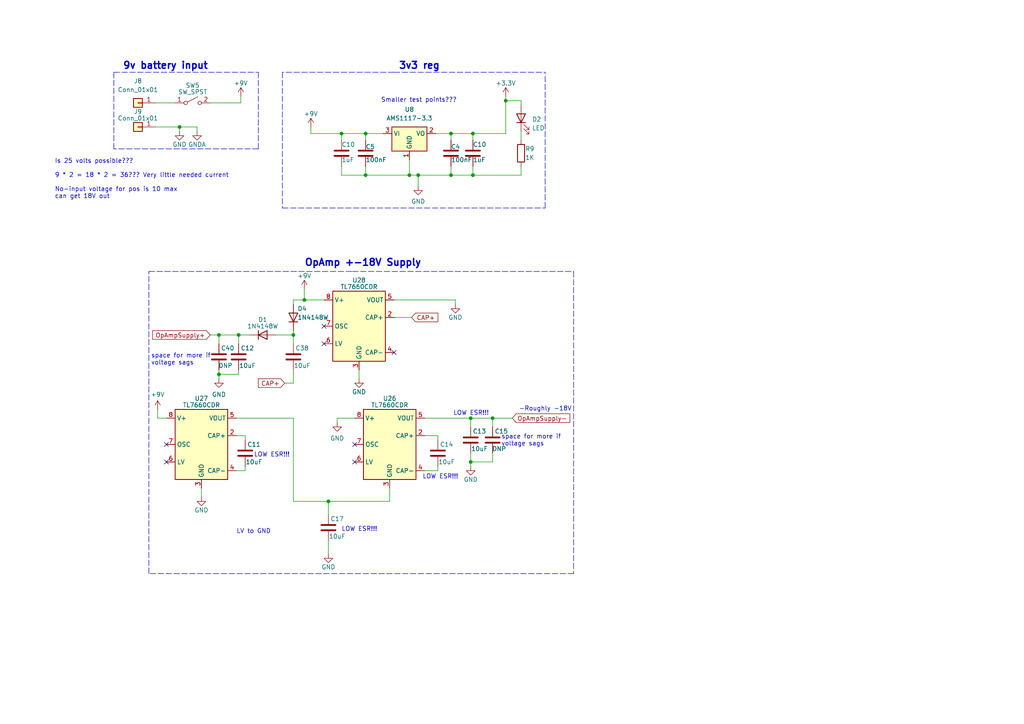
<source format=kicad_sch>
(kicad_sch (version 20230121) (generator eeschema)

  (uuid f11e10be-e153-4469-b3e7-7e9ed0adfdce)

  (paper "A4")

  (lib_symbols
    (symbol "Connector_Generic:Conn_01x01" (pin_names (offset 1.016) hide) (in_bom yes) (on_board yes)
      (property "Reference" "J" (at 0 2.54 0)
        (effects (font (size 1.27 1.27)))
      )
      (property "Value" "Conn_01x01" (at 0 -2.54 0)
        (effects (font (size 1.27 1.27)))
      )
      (property "Footprint" "" (at 0 0 0)
        (effects (font (size 1.27 1.27)) hide)
      )
      (property "Datasheet" "~" (at 0 0 0)
        (effects (font (size 1.27 1.27)) hide)
      )
      (property "ki_keywords" "connector" (at 0 0 0)
        (effects (font (size 1.27 1.27)) hide)
      )
      (property "ki_description" "Generic connector, single row, 01x01, script generated (kicad-library-utils/schlib/autogen/connector/)" (at 0 0 0)
        (effects (font (size 1.27 1.27)) hide)
      )
      (property "ki_fp_filters" "Connector*:*_1x??_*" (at 0 0 0)
        (effects (font (size 1.27 1.27)) hide)
      )
      (symbol "Conn_01x01_1_1"
        (rectangle (start -1.27 0.127) (end 0 -0.127)
          (stroke (width 0.1524) (type default))
          (fill (type none))
        )
        (rectangle (start -1.27 1.27) (end 1.27 -1.27)
          (stroke (width 0.254) (type default))
          (fill (type background))
        )
        (pin passive line (at -5.08 0 0) (length 3.81)
          (name "Pin_1" (effects (font (size 1.27 1.27))))
          (number "1" (effects (font (size 1.27 1.27))))
        )
      )
    )
    (symbol "Device:C" (pin_numbers hide) (pin_names (offset 0.254)) (in_bom yes) (on_board yes)
      (property "Reference" "C" (at 0.635 2.54 0)
        (effects (font (size 1.27 1.27)) (justify left))
      )
      (property "Value" "C" (at 0.635 -2.54 0)
        (effects (font (size 1.27 1.27)) (justify left))
      )
      (property "Footprint" "" (at 0.9652 -3.81 0)
        (effects (font (size 1.27 1.27)) hide)
      )
      (property "Datasheet" "~" (at 0 0 0)
        (effects (font (size 1.27 1.27)) hide)
      )
      (property "ki_keywords" "cap capacitor" (at 0 0 0)
        (effects (font (size 1.27 1.27)) hide)
      )
      (property "ki_description" "Unpolarized capacitor" (at 0 0 0)
        (effects (font (size 1.27 1.27)) hide)
      )
      (property "ki_fp_filters" "C_*" (at 0 0 0)
        (effects (font (size 1.27 1.27)) hide)
      )
      (symbol "C_0_1"
        (polyline
          (pts
            (xy -2.032 -0.762)
            (xy 2.032 -0.762)
          )
          (stroke (width 0.508) (type default))
          (fill (type none))
        )
        (polyline
          (pts
            (xy -2.032 0.762)
            (xy 2.032 0.762)
          )
          (stroke (width 0.508) (type default))
          (fill (type none))
        )
      )
      (symbol "C_1_1"
        (pin passive line (at 0 3.81 270) (length 2.794)
          (name "~" (effects (font (size 1.27 1.27))))
          (number "1" (effects (font (size 1.27 1.27))))
        )
        (pin passive line (at 0 -3.81 90) (length 2.794)
          (name "~" (effects (font (size 1.27 1.27))))
          (number "2" (effects (font (size 1.27 1.27))))
        )
      )
    )
    (symbol "Device:D" (pin_numbers hide) (pin_names (offset 1.016) hide) (in_bom yes) (on_board yes)
      (property "Reference" "D" (at 0 2.54 0)
        (effects (font (size 1.27 1.27)))
      )
      (property "Value" "D" (at 0 -2.54 0)
        (effects (font (size 1.27 1.27)))
      )
      (property "Footprint" "" (at 0 0 0)
        (effects (font (size 1.27 1.27)) hide)
      )
      (property "Datasheet" "~" (at 0 0 0)
        (effects (font (size 1.27 1.27)) hide)
      )
      (property "Sim.Device" "D" (at 0 0 0)
        (effects (font (size 1.27 1.27)) hide)
      )
      (property "Sim.Pins" "1=K 2=A" (at 0 0 0)
        (effects (font (size 1.27 1.27)) hide)
      )
      (property "ki_keywords" "diode" (at 0 0 0)
        (effects (font (size 1.27 1.27)) hide)
      )
      (property "ki_description" "Diode" (at 0 0 0)
        (effects (font (size 1.27 1.27)) hide)
      )
      (property "ki_fp_filters" "TO-???* *_Diode_* *SingleDiode* D_*" (at 0 0 0)
        (effects (font (size 1.27 1.27)) hide)
      )
      (symbol "D_0_1"
        (polyline
          (pts
            (xy -1.27 1.27)
            (xy -1.27 -1.27)
          )
          (stroke (width 0.254) (type default))
          (fill (type none))
        )
        (polyline
          (pts
            (xy 1.27 0)
            (xy -1.27 0)
          )
          (stroke (width 0) (type default))
          (fill (type none))
        )
        (polyline
          (pts
            (xy 1.27 1.27)
            (xy 1.27 -1.27)
            (xy -1.27 0)
            (xy 1.27 1.27)
          )
          (stroke (width 0.254) (type default))
          (fill (type none))
        )
      )
      (symbol "D_1_1"
        (pin passive line (at -3.81 0 0) (length 2.54)
          (name "K" (effects (font (size 1.27 1.27))))
          (number "1" (effects (font (size 1.27 1.27))))
        )
        (pin passive line (at 3.81 0 180) (length 2.54)
          (name "A" (effects (font (size 1.27 1.27))))
          (number "2" (effects (font (size 1.27 1.27))))
        )
      )
    )
    (symbol "Device:LED" (pin_numbers hide) (pin_names (offset 1.016) hide) (in_bom yes) (on_board yes)
      (property "Reference" "D" (at 0 2.54 0)
        (effects (font (size 1.27 1.27)))
      )
      (property "Value" "LED" (at 0 -2.54 0)
        (effects (font (size 1.27 1.27)))
      )
      (property "Footprint" "" (at 0 0 0)
        (effects (font (size 1.27 1.27)) hide)
      )
      (property "Datasheet" "~" (at 0 0 0)
        (effects (font (size 1.27 1.27)) hide)
      )
      (property "ki_keywords" "LED diode" (at 0 0 0)
        (effects (font (size 1.27 1.27)) hide)
      )
      (property "ki_description" "Light emitting diode" (at 0 0 0)
        (effects (font (size 1.27 1.27)) hide)
      )
      (property "ki_fp_filters" "LED* LED_SMD:* LED_THT:*" (at 0 0 0)
        (effects (font (size 1.27 1.27)) hide)
      )
      (symbol "LED_0_1"
        (polyline
          (pts
            (xy -1.27 -1.27)
            (xy -1.27 1.27)
          )
          (stroke (width 0.254) (type default))
          (fill (type none))
        )
        (polyline
          (pts
            (xy -1.27 0)
            (xy 1.27 0)
          )
          (stroke (width 0) (type default))
          (fill (type none))
        )
        (polyline
          (pts
            (xy 1.27 -1.27)
            (xy 1.27 1.27)
            (xy -1.27 0)
            (xy 1.27 -1.27)
          )
          (stroke (width 0.254) (type default))
          (fill (type none))
        )
        (polyline
          (pts
            (xy -3.048 -0.762)
            (xy -4.572 -2.286)
            (xy -3.81 -2.286)
            (xy -4.572 -2.286)
            (xy -4.572 -1.524)
          )
          (stroke (width 0) (type default))
          (fill (type none))
        )
        (polyline
          (pts
            (xy -1.778 -0.762)
            (xy -3.302 -2.286)
            (xy -2.54 -2.286)
            (xy -3.302 -2.286)
            (xy -3.302 -1.524)
          )
          (stroke (width 0) (type default))
          (fill (type none))
        )
      )
      (symbol "LED_1_1"
        (pin passive line (at -3.81 0 0) (length 2.54)
          (name "K" (effects (font (size 1.27 1.27))))
          (number "1" (effects (font (size 1.27 1.27))))
        )
        (pin passive line (at 3.81 0 180) (length 2.54)
          (name "A" (effects (font (size 1.27 1.27))))
          (number "2" (effects (font (size 1.27 1.27))))
        )
      )
    )
    (symbol "Device:R" (pin_numbers hide) (pin_names (offset 0)) (in_bom yes) (on_board yes)
      (property "Reference" "R" (at 2.032 0 90)
        (effects (font (size 1.27 1.27)))
      )
      (property "Value" "R" (at 0 0 90)
        (effects (font (size 1.27 1.27)))
      )
      (property "Footprint" "" (at -1.778 0 90)
        (effects (font (size 1.27 1.27)) hide)
      )
      (property "Datasheet" "~" (at 0 0 0)
        (effects (font (size 1.27 1.27)) hide)
      )
      (property "ki_keywords" "R res resistor" (at 0 0 0)
        (effects (font (size 1.27 1.27)) hide)
      )
      (property "ki_description" "Resistor" (at 0 0 0)
        (effects (font (size 1.27 1.27)) hide)
      )
      (property "ki_fp_filters" "R_*" (at 0 0 0)
        (effects (font (size 1.27 1.27)) hide)
      )
      (symbol "R_0_1"
        (rectangle (start -1.016 -2.54) (end 1.016 2.54)
          (stroke (width 0.254) (type default))
          (fill (type none))
        )
      )
      (symbol "R_1_1"
        (pin passive line (at 0 3.81 270) (length 1.27)
          (name "~" (effects (font (size 1.27 1.27))))
          (number "1" (effects (font (size 1.27 1.27))))
        )
        (pin passive line (at 0 -3.81 90) (length 1.27)
          (name "~" (effects (font (size 1.27 1.27))))
          (number "2" (effects (font (size 1.27 1.27))))
        )
      )
    )
    (symbol "Regulator_Linear:AMS1117-3.3" (in_bom yes) (on_board yes)
      (property "Reference" "U" (at -3.81 3.175 0)
        (effects (font (size 1.27 1.27)))
      )
      (property "Value" "AMS1117-3.3" (at 0 3.175 0)
        (effects (font (size 1.27 1.27)) (justify left))
      )
      (property "Footprint" "Package_TO_SOT_SMD:SOT-223-3_TabPin2" (at 0 5.08 0)
        (effects (font (size 1.27 1.27)) hide)
      )
      (property "Datasheet" "http://www.advanced-monolithic.com/pdf/ds1117.pdf" (at 2.54 -6.35 0)
        (effects (font (size 1.27 1.27)) hide)
      )
      (property "ki_keywords" "linear regulator ldo fixed positive" (at 0 0 0)
        (effects (font (size 1.27 1.27)) hide)
      )
      (property "ki_description" "1A Low Dropout regulator, positive, 3.3V fixed output, SOT-223" (at 0 0 0)
        (effects (font (size 1.27 1.27)) hide)
      )
      (property "ki_fp_filters" "SOT?223*TabPin2*" (at 0 0 0)
        (effects (font (size 1.27 1.27)) hide)
      )
      (symbol "AMS1117-3.3_0_1"
        (rectangle (start -5.08 -5.08) (end 5.08 1.905)
          (stroke (width 0.254) (type default))
          (fill (type background))
        )
      )
      (symbol "AMS1117-3.3_1_1"
        (pin power_in line (at 0 -7.62 90) (length 2.54)
          (name "GND" (effects (font (size 1.27 1.27))))
          (number "1" (effects (font (size 1.27 1.27))))
        )
        (pin power_out line (at 7.62 0 180) (length 2.54)
          (name "VO" (effects (font (size 1.27 1.27))))
          (number "2" (effects (font (size 1.27 1.27))))
        )
        (pin power_in line (at -7.62 0 0) (length 2.54)
          (name "VI" (effects (font (size 1.27 1.27))))
          (number "3" (effects (font (size 1.27 1.27))))
        )
      )
    )
    (symbol "Regulator_SwitchedCapacitor:LMC7660" (in_bom yes) (on_board yes)
      (property "Reference" "U" (at -6.604 11.43 0)
        (effects (font (size 1.27 1.27)))
      )
      (property "Value" "LMC7660" (at 0 11.43 0)
        (effects (font (size 1.27 1.27)) (justify left))
      )
      (property "Footprint" "" (at -66.04 30.48 0)
        (effects (font (size 1.27 1.27)) hide)
      )
      (property "Datasheet" "http://www.ti.com/lit/ds/symlink/lmc7660.pdf" (at -66.04 30.48 0)
        (effects (font (size 1.27 1.27)) hide)
      )
      (property "ki_keywords" "Voltage converter" (at 0 0 0)
        (effects (font (size 1.27 1.27)) hide)
      )
      (property "ki_description" "Voltage converter from +1.5V to +10V to +1.5V to +10V, SO-8/DIP-8" (at 0 0 0)
        (effects (font (size 1.27 1.27)) hide)
      )
      (property "ki_fp_filters" "SOIC*3.9x4.9mm*P1.27mm* DIP*W7.62mm*" (at 0 0 0)
        (effects (font (size 1.27 1.27)) hide)
      )
      (symbol "LMC7660_0_1"
        (rectangle (start -7.62 10.16) (end 7.62 -10.16)
          (stroke (width 0.254) (type default))
          (fill (type background))
        )
      )
      (symbol "LMC7660_1_1"
        (pin no_connect line (at -7.62 5.08 0) (length 2.54) hide
          (name "NC" (effects (font (size 1.27 1.27))))
          (number "1" (effects (font (size 1.27 1.27))))
        )
        (pin input line (at 10.16 2.54 180) (length 2.54)
          (name "CAP+" (effects (font (size 1.27 1.27))))
          (number "2" (effects (font (size 1.27 1.27))))
        )
        (pin power_in line (at 0 -12.7 90) (length 2.54)
          (name "GND" (effects (font (size 1.27 1.27))))
          (number "3" (effects (font (size 1.27 1.27))))
        )
        (pin input line (at 10.16 -7.62 180) (length 2.54)
          (name "CAP-" (effects (font (size 1.27 1.27))))
          (number "4" (effects (font (size 1.27 1.27))))
        )
        (pin power_out line (at 10.16 7.62 180) (length 2.54)
          (name "VOUT" (effects (font (size 1.27 1.27))))
          (number "5" (effects (font (size 1.27 1.27))))
        )
        (pin input line (at -10.16 -5.08 0) (length 2.54)
          (name "LV" (effects (font (size 1.27 1.27))))
          (number "6" (effects (font (size 1.27 1.27))))
        )
        (pin input line (at -10.16 0 0) (length 2.54)
          (name "OSC" (effects (font (size 1.27 1.27))))
          (number "7" (effects (font (size 1.27 1.27))))
        )
        (pin power_in line (at -10.16 7.62 0) (length 2.54)
          (name "V+" (effects (font (size 1.27 1.27))))
          (number "8" (effects (font (size 1.27 1.27))))
        )
      )
    )
    (symbol "Switch:SW_SPST" (pin_names (offset 0) hide) (in_bom yes) (on_board yes)
      (property "Reference" "SW" (at 0 3.175 0)
        (effects (font (size 1.27 1.27)))
      )
      (property "Value" "SW_SPST" (at 0 -2.54 0)
        (effects (font (size 1.27 1.27)))
      )
      (property "Footprint" "" (at 0 0 0)
        (effects (font (size 1.27 1.27)) hide)
      )
      (property "Datasheet" "~" (at 0 0 0)
        (effects (font (size 1.27 1.27)) hide)
      )
      (property "ki_keywords" "switch lever" (at 0 0 0)
        (effects (font (size 1.27 1.27)) hide)
      )
      (property "ki_description" "Single Pole Single Throw (SPST) switch" (at 0 0 0)
        (effects (font (size 1.27 1.27)) hide)
      )
      (symbol "SW_SPST_0_0"
        (circle (center -2.032 0) (radius 0.508)
          (stroke (width 0) (type default))
          (fill (type none))
        )
        (polyline
          (pts
            (xy -1.524 0.254)
            (xy 1.524 1.778)
          )
          (stroke (width 0) (type default))
          (fill (type none))
        )
        (circle (center 2.032 0) (radius 0.508)
          (stroke (width 0) (type default))
          (fill (type none))
        )
      )
      (symbol "SW_SPST_1_1"
        (pin passive line (at -5.08 0 0) (length 2.54)
          (name "A" (effects (font (size 1.27 1.27))))
          (number "1" (effects (font (size 1.27 1.27))))
        )
        (pin passive line (at 5.08 0 180) (length 2.54)
          (name "B" (effects (font (size 1.27 1.27))))
          (number "2" (effects (font (size 1.27 1.27))))
        )
      )
    )
    (symbol "power:+3.3V" (power) (pin_names (offset 0)) (in_bom yes) (on_board yes)
      (property "Reference" "#PWR" (at 0 -3.81 0)
        (effects (font (size 1.27 1.27)) hide)
      )
      (property "Value" "+3.3V" (at 0 3.556 0)
        (effects (font (size 1.27 1.27)))
      )
      (property "Footprint" "" (at 0 0 0)
        (effects (font (size 1.27 1.27)) hide)
      )
      (property "Datasheet" "" (at 0 0 0)
        (effects (font (size 1.27 1.27)) hide)
      )
      (property "ki_keywords" "global power" (at 0 0 0)
        (effects (font (size 1.27 1.27)) hide)
      )
      (property "ki_description" "Power symbol creates a global label with name \"+3.3V\"" (at 0 0 0)
        (effects (font (size 1.27 1.27)) hide)
      )
      (symbol "+3.3V_0_1"
        (polyline
          (pts
            (xy -0.762 1.27)
            (xy 0 2.54)
          )
          (stroke (width 0) (type default))
          (fill (type none))
        )
        (polyline
          (pts
            (xy 0 0)
            (xy 0 2.54)
          )
          (stroke (width 0) (type default))
          (fill (type none))
        )
        (polyline
          (pts
            (xy 0 2.54)
            (xy 0.762 1.27)
          )
          (stroke (width 0) (type default))
          (fill (type none))
        )
      )
      (symbol "+3.3V_1_1"
        (pin power_in line (at 0 0 90) (length 0) hide
          (name "+3.3V" (effects (font (size 1.27 1.27))))
          (number "1" (effects (font (size 1.27 1.27))))
        )
      )
    )
    (symbol "power:+9V" (power) (pin_names (offset 0)) (in_bom yes) (on_board yes)
      (property "Reference" "#PWR" (at 0 -3.81 0)
        (effects (font (size 1.27 1.27)) hide)
      )
      (property "Value" "+9V" (at 0 3.556 0)
        (effects (font (size 1.27 1.27)))
      )
      (property "Footprint" "" (at 0 0 0)
        (effects (font (size 1.27 1.27)) hide)
      )
      (property "Datasheet" "" (at 0 0 0)
        (effects (font (size 1.27 1.27)) hide)
      )
      (property "ki_keywords" "global power" (at 0 0 0)
        (effects (font (size 1.27 1.27)) hide)
      )
      (property "ki_description" "Power symbol creates a global label with name \"+9V\"" (at 0 0 0)
        (effects (font (size 1.27 1.27)) hide)
      )
      (symbol "+9V_0_1"
        (polyline
          (pts
            (xy -0.762 1.27)
            (xy 0 2.54)
          )
          (stroke (width 0) (type default))
          (fill (type none))
        )
        (polyline
          (pts
            (xy 0 0)
            (xy 0 2.54)
          )
          (stroke (width 0) (type default))
          (fill (type none))
        )
        (polyline
          (pts
            (xy 0 2.54)
            (xy 0.762 1.27)
          )
          (stroke (width 0) (type default))
          (fill (type none))
        )
      )
      (symbol "+9V_1_1"
        (pin power_in line (at 0 0 90) (length 0) hide
          (name "+9V" (effects (font (size 1.27 1.27))))
          (number "1" (effects (font (size 1.27 1.27))))
        )
      )
    )
    (symbol "power:GND" (power) (pin_names (offset 0)) (in_bom yes) (on_board yes)
      (property "Reference" "#PWR" (at 0 -6.35 0)
        (effects (font (size 1.27 1.27)) hide)
      )
      (property "Value" "GND" (at 0 -3.81 0)
        (effects (font (size 1.27 1.27)))
      )
      (property "Footprint" "" (at 0 0 0)
        (effects (font (size 1.27 1.27)) hide)
      )
      (property "Datasheet" "" (at 0 0 0)
        (effects (font (size 1.27 1.27)) hide)
      )
      (property "ki_keywords" "global power" (at 0 0 0)
        (effects (font (size 1.27 1.27)) hide)
      )
      (property "ki_description" "Power symbol creates a global label with name \"GND\" , ground" (at 0 0 0)
        (effects (font (size 1.27 1.27)) hide)
      )
      (symbol "GND_0_1"
        (polyline
          (pts
            (xy 0 0)
            (xy 0 -1.27)
            (xy 1.27 -1.27)
            (xy 0 -2.54)
            (xy -1.27 -1.27)
            (xy 0 -1.27)
          )
          (stroke (width 0) (type default))
          (fill (type none))
        )
      )
      (symbol "GND_1_1"
        (pin power_in line (at 0 0 270) (length 0) hide
          (name "GND" (effects (font (size 1.27 1.27))))
          (number "1" (effects (font (size 1.27 1.27))))
        )
      )
    )
    (symbol "power:GNDA" (power) (pin_names (offset 0)) (in_bom yes) (on_board yes)
      (property "Reference" "#PWR" (at 0 -6.35 0)
        (effects (font (size 1.27 1.27)) hide)
      )
      (property "Value" "GNDA" (at 0 -3.81 0)
        (effects (font (size 1.27 1.27)))
      )
      (property "Footprint" "" (at 0 0 0)
        (effects (font (size 1.27 1.27)) hide)
      )
      (property "Datasheet" "" (at 0 0 0)
        (effects (font (size 1.27 1.27)) hide)
      )
      (property "ki_keywords" "global power" (at 0 0 0)
        (effects (font (size 1.27 1.27)) hide)
      )
      (property "ki_description" "Power symbol creates a global label with name \"GNDA\" , analog ground" (at 0 0 0)
        (effects (font (size 1.27 1.27)) hide)
      )
      (symbol "GNDA_0_1"
        (polyline
          (pts
            (xy 0 0)
            (xy 0 -1.27)
            (xy 1.27 -1.27)
            (xy 0 -2.54)
            (xy -1.27 -1.27)
            (xy 0 -1.27)
          )
          (stroke (width 0) (type default))
          (fill (type none))
        )
      )
      (symbol "GNDA_1_1"
        (pin power_in line (at 0 0 270) (length 0) hide
          (name "GNDA" (effects (font (size 1.27 1.27))))
          (number "1" (effects (font (size 1.27 1.27))))
        )
      )
    )
  )

  (junction (at 130.81 50.8) (diameter 0) (color 0 0 0 0)
    (uuid 02f8d502-a204-441b-bade-a579a1b407f1)
  )
  (junction (at 137.16 50.8) (diameter 0) (color 0 0 0 0)
    (uuid 090407d5-de80-4fda-a4b2-b76e3dd9db91)
  )
  (junction (at 63.5 108.585) (diameter 0) (color 0 0 0 0)
    (uuid 178ec12d-5220-46ec-ba88-80e443ba0f38)
  )
  (junction (at 63.5 97.155) (diameter 0) (color 0 0 0 0)
    (uuid 37688308-6b24-4f3c-8c69-f03aae4f53a0)
  )
  (junction (at 88.265 86.995) (diameter 0) (color 0 0 0 0)
    (uuid 3e230e0f-e842-4846-b95d-f8ddb721e79a)
  )
  (junction (at 146.685 29.21) (diameter 0) (color 0 0 0 0)
    (uuid 4374ce8a-99f1-4f7a-848e-cf28b738d2ce)
  )
  (junction (at 118.745 50.8) (diameter 0) (color 0 0 0 0)
    (uuid 4cd8ae71-67d5-4909-b287-e882d444e955)
  )
  (junction (at 95.25 145.415) (diameter 0) (color 0 0 0 0)
    (uuid 53887d60-8b71-4175-b0a9-8a6ce0556de9)
  )
  (junction (at 136.525 133.985) (diameter 0) (color 0 0 0 0)
    (uuid 7701cc42-1769-45ed-b8cf-26f16b9fc4d8)
  )
  (junction (at 106.045 50.8) (diameter 0) (color 0 0 0 0)
    (uuid 7b16d77b-d880-42ee-af94-a29a2a3c607b)
  )
  (junction (at 69.215 97.155) (diameter 0) (color 0 0 0 0)
    (uuid 7fcabb19-a391-49ca-ae04-67ae5a80c90e)
  )
  (junction (at 121.285 50.8) (diameter 0) (color 0 0 0 0)
    (uuid 9bd89867-97b2-42ba-a709-01735f755e56)
  )
  (junction (at 136.525 121.285) (diameter 0) (color 0 0 0 0)
    (uuid 9d85fde1-ecf0-4f08-b4a5-f40b61e48f01)
  )
  (junction (at 52.07 36.83) (diameter 0) (color 0 0 0 0)
    (uuid 9f75ac6f-98fd-4ded-a02c-d4dcacd9d8ee)
  )
  (junction (at 142.875 121.285) (diameter 0) (color 0 0 0 0)
    (uuid a8ead50f-48be-43a7-a455-7955724b71db)
  )
  (junction (at 99.06 38.735) (diameter 0) (color 0 0 0 0)
    (uuid c2cc7e2a-909e-4bcf-b410-0e52175ebc92)
  )
  (junction (at 106.045 38.735) (diameter 0) (color 0 0 0 0)
    (uuid cd0f2d0b-1e35-4258-afa3-86a624273a5a)
  )
  (junction (at 85.09 97.155) (diameter 0) (color 0 0 0 0)
    (uuid d2526123-0417-4d03-ab3a-09091085112c)
  )
  (junction (at 137.16 38.735) (diameter 0) (color 0 0 0 0)
    (uuid e30cdded-3297-4fe2-8b85-e49c15bca836)
  )
  (junction (at 130.81 38.735) (diameter 0) (color 0 0 0 0)
    (uuid f514c23c-ba3f-4513-98c6-8e3e1435a2e9)
  )

  (no_connect (at 93.98 94.615) (uuid 1bedd35d-bb7b-42aa-b1ff-2732a588ae93))
  (no_connect (at 102.87 128.905) (uuid 2ba9e43f-7c7d-4d1d-ab0a-4f4778fd0c14))
  (no_connect (at 48.26 133.985) (uuid 428fe5b4-56a5-4327-b223-fc6b0f46b7f3))
  (no_connect (at 114.3 102.235) (uuid 51811dd3-0b0e-483c-8695-86b3420fdf96))
  (no_connect (at 48.26 128.905) (uuid be7b5e61-01cf-48f5-9555-d0c6a0144e83))
  (no_connect (at 102.87 133.985) (uuid c504f051-83aa-4187-9f8a-994f41f71e61))
  (no_connect (at 93.98 99.695) (uuid e29936f5-e3bf-4d24-be89-f96c83ab65d4))

  (wire (pts (xy 63.5 107.315) (xy 63.5 108.585))
    (stroke (width 0) (type default))
    (uuid 016d9467-31f8-4c00-9db9-d544c0038fc6)
  )
  (wire (pts (xy 126.365 38.735) (xy 130.81 38.735))
    (stroke (width 0) (type default))
    (uuid 01a6e591-b20b-4796-8db6-0964f22413b3)
  )
  (wire (pts (xy 71.12 126.365) (xy 68.58 126.365))
    (stroke (width 0) (type default))
    (uuid 0378ab54-cafc-4410-bd04-4c8b0cc95518)
  )
  (polyline (pts (xy 43.18 166.37) (xy 43.18 78.74))
    (stroke (width 0) (type dash))
    (uuid 038a0c5d-efc2-4711-96fc-11eb23d94317)
  )

  (wire (pts (xy 88.265 83.82) (xy 88.265 86.995))
    (stroke (width 0) (type default))
    (uuid 059bc77d-7a7d-42c1-b8ff-e7d83a0fa517)
  )
  (wire (pts (xy 106.045 48.26) (xy 106.045 50.8))
    (stroke (width 0) (type default))
    (uuid 07bddc2b-604d-4ca2-9f38-e20eeaadb9f3)
  )
  (wire (pts (xy 127 126.365) (xy 123.19 126.365))
    (stroke (width 0) (type default))
    (uuid 0a1e3096-e49d-4ca8-904f-b79e69e1c458)
  )
  (wire (pts (xy 45.72 121.285) (xy 48.26 121.285))
    (stroke (width 0) (type default))
    (uuid 0aaa00c4-a480-4489-8ed9-a8f40212456f)
  )
  (wire (pts (xy 63.5 108.585) (xy 63.5 109.855))
    (stroke (width 0) (type default))
    (uuid 12a16fdf-0340-4164-abb8-b8c5e06f113b)
  )
  (wire (pts (xy 113.03 145.415) (xy 113.03 141.605))
    (stroke (width 0) (type default))
    (uuid 13e133f9-14f3-4c9a-8198-a50d567450d3)
  )
  (wire (pts (xy 63.5 97.155) (xy 69.215 97.155))
    (stroke (width 0) (type default))
    (uuid 17c6361f-fae2-46c5-82fa-4f0c65335ae2)
  )
  (wire (pts (xy 146.685 29.21) (xy 146.685 38.735))
    (stroke (width 0) (type default))
    (uuid 19b22f6f-a5b2-4f28-b9e4-06175f536239)
  )
  (wire (pts (xy 106.045 38.735) (xy 106.045 40.64))
    (stroke (width 0) (type default))
    (uuid 19d12d83-06ec-485d-b746-e224b3376b05)
  )
  (wire (pts (xy 69.215 99.695) (xy 69.215 97.155))
    (stroke (width 0) (type default))
    (uuid 201114e8-38f7-4a3a-99d7-3876516c0a84)
  )
  (wire (pts (xy 151.13 29.21) (xy 146.685 29.21))
    (stroke (width 0) (type default))
    (uuid 20e138e8-e625-41e6-abc9-2aba1ca315fb)
  )
  (wire (pts (xy 85.09 145.415) (xy 95.25 145.415))
    (stroke (width 0) (type default))
    (uuid 254d69a6-857b-474d-bece-6922d9bc2c5d)
  )
  (wire (pts (xy 69.215 97.155) (xy 72.39 97.155))
    (stroke (width 0) (type default))
    (uuid 28e873e9-12bc-4c41-b236-bea447678e0b)
  )
  (polyline (pts (xy 33.02 20.955) (xy 74.93 20.955))
    (stroke (width 0) (type dash))
    (uuid 2c59b7f6-c5f5-497b-8858-1b02f8d82f74)
  )

  (wire (pts (xy 118.745 46.355) (xy 118.745 50.8))
    (stroke (width 0) (type default))
    (uuid 32543df8-342b-44ba-99dc-ce5959e7fa15)
  )
  (wire (pts (xy 95.25 145.415) (xy 95.25 149.225))
    (stroke (width 0) (type default))
    (uuid 36ac54e6-f88d-40ea-bf70-c27b6de1489a)
  )
  (wire (pts (xy 127 135.255) (xy 127 136.525))
    (stroke (width 0) (type default))
    (uuid 37331f6d-acf5-4fa2-9c35-8e31eefb98a7)
  )
  (wire (pts (xy 118.745 50.8) (xy 121.285 50.8))
    (stroke (width 0) (type default))
    (uuid 3803c289-96b3-45be-8d26-2ba2622cd6f7)
  )
  (wire (pts (xy 85.09 97.155) (xy 80.01 97.155))
    (stroke (width 0) (type default))
    (uuid 3abb72a0-a099-42f9-a7e6-2b6ca44031d4)
  )
  (wire (pts (xy 90.17 38.735) (xy 90.17 36.83))
    (stroke (width 0) (type default))
    (uuid 3b4f1dc3-8c25-411b-b3f1-f1440387a8a2)
  )
  (polyline (pts (xy 74.93 20.955) (xy 74.93 43.18))
    (stroke (width 0) (type dash))
    (uuid 3e2032ab-09db-4265-9682-8a29a22c5aa3)
  )

  (wire (pts (xy 114.3 92.075) (xy 119.38 92.075))
    (stroke (width 0) (type default))
    (uuid 3e5db272-480e-4e7a-9793-6df5fde5d305)
  )
  (polyline (pts (xy 114.3 20.955) (xy 81.915 20.955))
    (stroke (width 0) (type dash))
    (uuid 3eed01a8-4c43-4b48-ba74-15d9842d6b9e)
  )

  (wire (pts (xy 63.5 97.155) (xy 63.5 99.695))
    (stroke (width 0) (type default))
    (uuid 41a081a0-a4fb-40fd-9d53-30276c8a4f98)
  )
  (polyline (pts (xy 74.93 43.18) (xy 33.02 43.18))
    (stroke (width 0) (type dash))
    (uuid 43b8eeaf-7f54-4d54-a84b-147202e47154)
  )
  (polyline (pts (xy 81.915 60.325) (xy 158.115 60.325))
    (stroke (width 0) (type dash))
    (uuid 46316156-bffa-4033-8491-b786f8aa7733)
  )

  (wire (pts (xy 52.07 38.1) (xy 52.07 36.83))
    (stroke (width 0) (type default))
    (uuid 48045aef-2466-472b-91bf-6d49b30152ce)
  )
  (wire (pts (xy 69.215 107.315) (xy 69.215 108.585))
    (stroke (width 0) (type default))
    (uuid 4c39eb3f-8eb3-4ccf-a275-d7e033ec5e5e)
  )
  (wire (pts (xy 99.06 48.26) (xy 99.06 50.8))
    (stroke (width 0) (type default))
    (uuid 4dc2866b-000b-4879-a5ff-455e09ad1d22)
  )
  (wire (pts (xy 85.09 86.995) (xy 88.265 86.995))
    (stroke (width 0) (type default))
    (uuid 4e1d1c9e-8f3a-489c-8f55-08ac8062f596)
  )
  (wire (pts (xy 88.265 86.995) (xy 93.98 86.995))
    (stroke (width 0) (type default))
    (uuid 502a64c1-136f-4c4e-a438-4854cbf2d0ff)
  )
  (wire (pts (xy 45.72 118.745) (xy 45.72 121.285))
    (stroke (width 0) (type default))
    (uuid 513b8004-1fe2-4c64-b79e-67a77a57c686)
  )
  (wire (pts (xy 151.13 30.48) (xy 151.13 29.21))
    (stroke (width 0) (type default))
    (uuid 5233188f-0897-4b6e-a8b2-4539091dcb68)
  )
  (polyline (pts (xy 102.235 78.74) (xy 166.37 78.74))
    (stroke (width 0) (type dash))
    (uuid 52eede88-ae08-41b4-be0d-f04a1ded2b77)
  )
  (polyline (pts (xy 43.18 78.74) (xy 102.235 78.74))
    (stroke (width 0) (type dash))
    (uuid 55638a2b-4aaf-4e54-988b-8d6e5c698872)
  )

  (wire (pts (xy 137.16 50.8) (xy 151.13 50.8))
    (stroke (width 0) (type default))
    (uuid 581e8fb2-87a5-4b7c-93ac-de5a358d1541)
  )
  (wire (pts (xy 97.79 121.285) (xy 102.87 121.285))
    (stroke (width 0) (type default))
    (uuid 5837e7dc-acfd-4827-a968-1ff2b390d77a)
  )
  (wire (pts (xy 151.13 48.26) (xy 151.13 50.8))
    (stroke (width 0) (type default))
    (uuid 59f4c896-236e-406a-8648-1f47076cf161)
  )
  (wire (pts (xy 85.09 95.885) (xy 85.09 97.155))
    (stroke (width 0) (type default))
    (uuid 5a2b06b0-2014-4991-a4aa-aab738c48460)
  )
  (wire (pts (xy 123.19 121.285) (xy 136.525 121.285))
    (stroke (width 0) (type default))
    (uuid 5b02bc9f-9fb6-4a30-85b1-f09ab1dc90f7)
  )
  (polyline (pts (xy 166.37 166.37) (xy 43.18 166.37))
    (stroke (width 0) (type dash))
    (uuid 677eade6-1f42-49c8-83eb-736ae4a6dbb0)
  )

  (wire (pts (xy 132.08 86.995) (xy 132.08 88.265))
    (stroke (width 0) (type default))
    (uuid 6995229c-d3f5-4350-af01-ba20b44b68f2)
  )
  (wire (pts (xy 97.79 122.555) (xy 97.79 121.285))
    (stroke (width 0) (type default))
    (uuid 71d2befd-b709-4aa0-8140-74b46c635772)
  )
  (wire (pts (xy 146.685 27.94) (xy 146.685 29.21))
    (stroke (width 0) (type default))
    (uuid 7d98e0f0-4228-4ae4-be33-a510d4958722)
  )
  (wire (pts (xy 121.285 50.8) (xy 130.81 50.8))
    (stroke (width 0) (type default))
    (uuid 7d9ff311-4a69-41d3-a5be-85f27646a1d6)
  )
  (wire (pts (xy 104.14 107.315) (xy 104.14 109.855))
    (stroke (width 0) (type default))
    (uuid 8020707b-3fb9-4eb6-a3fe-3c2b719b3dba)
  )
  (wire (pts (xy 85.09 121.285) (xy 85.09 145.415))
    (stroke (width 0) (type default))
    (uuid 8057dd1c-bc03-493b-a518-2170b5ea053f)
  )
  (wire (pts (xy 90.17 38.735) (xy 99.06 38.735))
    (stroke (width 0) (type default))
    (uuid 83067fc6-0037-485a-88cb-0739f9554754)
  )
  (wire (pts (xy 85.09 97.155) (xy 85.09 99.695))
    (stroke (width 0) (type default))
    (uuid 85a0f9b0-59ba-475b-b867-0c830e2fc76b)
  )
  (polyline (pts (xy 114.3 20.955) (xy 158.115 20.955))
    (stroke (width 0) (type dash))
    (uuid 8669bf64-2fc0-4d92-9336-2f1daef1fcee)
  )

  (wire (pts (xy 137.16 40.64) (xy 137.16 38.735))
    (stroke (width 0) (type default))
    (uuid 87b004f3-ac49-4b12-aa97-28643c5b222b)
  )
  (wire (pts (xy 85.09 111.125) (xy 85.09 107.315))
    (stroke (width 0) (type default))
    (uuid 8a21cbf7-41ff-4431-9ba1-476c9db11e9a)
  )
  (wire (pts (xy 71.12 127.635) (xy 71.12 126.365))
    (stroke (width 0) (type default))
    (uuid 8b060883-d7a6-4de0-bfa2-951ffd135e6b)
  )
  (wire (pts (xy 127 136.525) (xy 123.19 136.525))
    (stroke (width 0) (type default))
    (uuid 8e6816ad-abfe-4783-a170-0fc975a735d8)
  )
  (wire (pts (xy 142.875 121.285) (xy 142.875 123.825))
    (stroke (width 0) (type default))
    (uuid 909c0aa1-4450-45c0-8849-1c5db567f84a)
  )
  (wire (pts (xy 85.09 88.265) (xy 85.09 86.995))
    (stroke (width 0) (type default))
    (uuid 930715f0-18e8-4a9b-aa3a-373b9e0b694a)
  )
  (wire (pts (xy 68.58 121.285) (xy 85.09 121.285))
    (stroke (width 0) (type default))
    (uuid 951c6d09-59d1-4aa9-aa93-312833f8a698)
  )
  (wire (pts (xy 142.875 121.285) (xy 148.59 121.285))
    (stroke (width 0) (type default))
    (uuid 99044c06-9359-4e26-bc1e-2d5002913313)
  )
  (wire (pts (xy 136.525 133.985) (xy 136.525 135.255))
    (stroke (width 0) (type default))
    (uuid 9d07e77a-70ab-44a5-807f-23453c7017ad)
  )
  (wire (pts (xy 130.81 38.735) (xy 130.81 40.64))
    (stroke (width 0) (type default))
    (uuid 9deebfeb-772f-469f-ac1f-e0176173bfee)
  )
  (wire (pts (xy 69.85 29.845) (xy 69.85 27.94))
    (stroke (width 0) (type default))
    (uuid 9e202219-1c05-4294-8cb5-667ad0fa3b5c)
  )
  (wire (pts (xy 99.06 40.64) (xy 99.06 38.735))
    (stroke (width 0) (type default))
    (uuid 9e4f3670-cf84-41f1-837a-845e436223ba)
  )
  (wire (pts (xy 99.06 38.735) (xy 106.045 38.735))
    (stroke (width 0) (type default))
    (uuid a2a54c34-efae-4aa0-a285-eef13dec8e2d)
  )
  (wire (pts (xy 58.42 141.605) (xy 58.42 144.145))
    (stroke (width 0) (type default))
    (uuid a5af70f0-fc85-4ff3-a801-8ed9677d8bb5)
  )
  (wire (pts (xy 121.285 53.975) (xy 121.285 50.8))
    (stroke (width 0) (type default))
    (uuid a92a7558-7b37-4c42-8f93-e7e7b3a7ad61)
  )
  (wire (pts (xy 57.15 38.1) (xy 57.15 36.83))
    (stroke (width 0) (type default))
    (uuid b410423c-eae9-4604-b60a-430675f211b9)
  )
  (wire (pts (xy 130.81 48.26) (xy 130.81 50.8))
    (stroke (width 0) (type default))
    (uuid b41b8ef5-356c-43b3-be11-ce24efe97f6d)
  )
  (polyline (pts (xy 81.915 20.955) (xy 81.915 60.325))
    (stroke (width 0) (type dash))
    (uuid bf750da3-083d-4b58-ba76-82112d7d6785)
  )
  (polyline (pts (xy 33.02 20.955) (xy 33.02 43.18))
    (stroke (width 0) (type dash))
    (uuid c1885e12-fd2a-4eb0-a471-3fec06f8b993)
  )

  (wire (pts (xy 99.06 50.8) (xy 106.045 50.8))
    (stroke (width 0) (type default))
    (uuid c6368b91-a90f-47c9-8afd-3dac8244f99d)
  )
  (wire (pts (xy 95.25 145.415) (xy 113.03 145.415))
    (stroke (width 0) (type default))
    (uuid c6e8f754-6c0a-412c-b8fc-10752159d18f)
  )
  (polyline (pts (xy 158.115 60.325) (xy 158.115 20.955))
    (stroke (width 0) (type dash))
    (uuid c7c2a906-1112-41a2-a816-732505a20056)
  )

  (wire (pts (xy 142.875 131.445) (xy 142.875 133.985))
    (stroke (width 0) (type default))
    (uuid cba1a6a4-c91c-4cbf-b052-4f58d4702dd1)
  )
  (wire (pts (xy 137.16 38.735) (xy 146.685 38.735))
    (stroke (width 0) (type default))
    (uuid cd4203cb-82f8-476f-b820-24a41913778b)
  )
  (wire (pts (xy 106.045 50.8) (xy 118.745 50.8))
    (stroke (width 0) (type default))
    (uuid d0f29017-3a2e-4f44-818b-3abe5580d696)
  )
  (wire (pts (xy 60.96 97.155) (xy 63.5 97.155))
    (stroke (width 0) (type default))
    (uuid d2ed54f3-cd19-4ca8-a134-1067b6d9d82c)
  )
  (wire (pts (xy 71.12 135.255) (xy 71.12 136.525))
    (stroke (width 0) (type default))
    (uuid d3596a99-b48f-430f-8ea9-50752dda54e6)
  )
  (wire (pts (xy 95.25 156.845) (xy 95.25 160.655))
    (stroke (width 0) (type default))
    (uuid d5a7e786-5848-4a2c-bcfb-60518ac5b557)
  )
  (polyline (pts (xy 166.37 78.74) (xy 166.37 166.37))
    (stroke (width 0) (type dash))
    (uuid d834060d-b4ee-4e7a-a527-c8ed025d68cf)
  )

  (wire (pts (xy 136.525 121.285) (xy 142.875 121.285))
    (stroke (width 0) (type default))
    (uuid da01c973-a258-47c6-9db2-ca4679701255)
  )
  (wire (pts (xy 45.085 29.845) (xy 50.8 29.845))
    (stroke (width 0) (type default))
    (uuid dc0c0619-e4ae-447f-b666-71a2f578ac0f)
  )
  (wire (pts (xy 137.16 48.26) (xy 137.16 50.8))
    (stroke (width 0) (type default))
    (uuid dd35a579-ab88-43e5-a325-151201e40ff9)
  )
  (wire (pts (xy 82.55 111.125) (xy 85.09 111.125))
    (stroke (width 0) (type default))
    (uuid dd46c796-0164-4bb8-a92b-9a62d8e288b2)
  )
  (wire (pts (xy 130.81 38.735) (xy 137.16 38.735))
    (stroke (width 0) (type default))
    (uuid de768902-c9c5-4e66-83c0-2dca365e39c8)
  )
  (wire (pts (xy 60.96 29.845) (xy 69.85 29.845))
    (stroke (width 0) (type default))
    (uuid e450af81-097d-4a26-8648-3427210a37a6)
  )
  (wire (pts (xy 114.3 86.995) (xy 132.08 86.995))
    (stroke (width 0) (type default))
    (uuid e48954f4-1dec-4647-92ad-39fdbf95aaee)
  )
  (wire (pts (xy 45.085 36.83) (xy 52.07 36.83))
    (stroke (width 0) (type default))
    (uuid e7791495-6c38-4895-b42f-e5a9d418cf8f)
  )
  (wire (pts (xy 69.215 108.585) (xy 63.5 108.585))
    (stroke (width 0) (type default))
    (uuid e7f82136-4cce-4d52-adca-6cf85b7ad36b)
  )
  (wire (pts (xy 151.13 38.1) (xy 151.13 40.64))
    (stroke (width 0) (type default))
    (uuid e9ccd4cd-fb8f-4c14-986a-b6cdfc6dda74)
  )
  (wire (pts (xy 137.16 50.8) (xy 130.81 50.8))
    (stroke (width 0) (type default))
    (uuid eac3a670-3205-4efd-b0db-47aef4b599a0)
  )
  (wire (pts (xy 127 127.635) (xy 127 126.365))
    (stroke (width 0) (type default))
    (uuid f21d4986-88e2-4ca2-a799-275084e55334)
  )
  (wire (pts (xy 57.15 36.83) (xy 52.07 36.83))
    (stroke (width 0) (type default))
    (uuid f3f5b6c6-7b6e-40da-982e-8534a9b9c3d6)
  )
  (wire (pts (xy 106.045 38.735) (xy 111.125 38.735))
    (stroke (width 0) (type default))
    (uuid f8313bb2-ce02-40b8-bc0e-8b39cbed2156)
  )
  (wire (pts (xy 136.525 131.445) (xy 136.525 133.985))
    (stroke (width 0) (type default))
    (uuid f9791897-87df-478d-9172-9d4a88260422)
  )
  (wire (pts (xy 136.525 121.285) (xy 136.525 123.825))
    (stroke (width 0) (type default))
    (uuid fd0b93a2-dcbb-4116-aae3-38d7ee2b0f3f)
  )
  (wire (pts (xy 71.12 136.525) (xy 68.58 136.525))
    (stroke (width 0) (type default))
    (uuid fd603fd0-39c5-45b2-9b8a-19cc36f4cd47)
  )
  (wire (pts (xy 142.875 133.985) (xy 136.525 133.985))
    (stroke (width 0) (type default))
    (uuid ffbede01-f46b-420e-bb81-17827907ccd9)
  )

  (text "-Roughly -18V" (at 150.495 119.38 0)
    (effects (font (size 1.27 1.27)) (justify left bottom))
    (uuid 05ebd677-8eb0-4d09-9e55-d13998efd039)
  )
  (text "LOW ESR!!!" (at 99.06 154.305 0)
    (effects (font (size 1.27 1.27)) (justify left bottom))
    (uuid 14ec979f-68f2-40c6-885c-f35235ada155)
  )
  (text "3v3 reg" (at 115.57 20.32 0)
    (effects (font (size 2 2) bold) (justify left bottom))
    (uuid 310bc044-068a-4d57-be3f-117f178d6808)
  )
  (text "LOW ESR!!!" (at 131.445 120.65 0)
    (effects (font (size 1.27 1.27)) (justify left bottom))
    (uuid 4ac74d6a-684b-40bd-ab5d-25b0e0ffae9d)
  )
  (text "Is 25 volts possible???\n\n9 * 2 = 18 * 2 = 36??? Very little needed current\n\nNo-input voltage for pos is 10 max\ncan get 18V out"
    (at 15.875 57.785 0)
    (effects (font (size 1.27 1.27)) (justify left bottom))
    (uuid 5a37cb85-32e3-40f6-9d10-0cfbeb771c0c)
  )
  (text "OpAmp +-18V Supply" (at 88.265 77.47 0)
    (effects (font (size 2 2) (thickness 0.4) bold) (justify left bottom))
    (uuid 61d942a3-7eef-4b84-9d57-7ee7fdb15e1e)
  )
  (text "LV to GND\n" (at 68.58 154.94 0)
    (effects (font (size 1.27 1.27)) (justify left bottom))
    (uuid 6b93c8a0-fae2-4116-812a-a516764f674b)
  )
  (text "Smaller test points???" (at 110.49 29.845 0)
    (effects (font (size 1.27 1.27)) (justify left bottom))
    (uuid 80f66485-95a3-4658-8838-996818e4b1bb)
  )
  (text "LOW ESR!!!" (at 122.555 139.065 0)
    (effects (font (size 1.27 1.27)) (justify left bottom))
    (uuid a0a630b6-ccd7-47a1-b181-9255f1f02a70)
  )
  (text "Voltage doubler\n- Larger input voltage for easier rail splitting\n- Larger opamp supply voltage helps reduce common mode noise"
    (at 63.5 -1.27 0)
    (effects (font (size 1.27 1.27)) (justify left bottom))
    (uuid a4950723-3d13-4a18-b386-c4ccf263fcb7)
  )
  (text "LOW ESR!!!" (at 73.66 132.715 0)
    (effects (font (size 1.27 1.27)) (justify left bottom))
    (uuid a7432304-2b25-4d79-b04c-773519bc8d81)
  )
  (text "9v battery input" (at 35.56 20.32 0)
    (effects (font (size 2 2) (thickness 0.4) bold) (justify left bottom))
    (uuid d378860d-4001-4c98-997f-afbc34e68401)
  )
  (text "space for more if\nvoltage sags" (at 43.815 106.045 0)
    (effects (font (size 1.27 1.27)) (justify left bottom))
    (uuid e6b4b28a-b81f-4102-a65c-b72058b6e723)
  )
  (text "space for more if\nvoltage sags" (at 145.415 129.54 0)
    (effects (font (size 1.27 1.27)) (justify left bottom))
    (uuid e95cea6e-e7ea-4c63-be8c-bb627b8fdb06)
  )

  (global_label "CAP+" (shape input) (at 82.55 111.125 180) (fields_autoplaced)
    (effects (font (size 1.27 1.27)) (justify right))
    (uuid 7d5fdb82-0fe6-4316-a02b-9ce0dd250617)
    (property "Intersheetrefs" "${INTERSHEET_REFS}" (at 74.3638 111.125 0)
      (effects (font (size 1.27 1.27)) (justify right) hide)
    )
  )
  (global_label "OpAmpSupply-" (shape input) (at 148.59 121.285 0) (fields_autoplaced)
    (effects (font (size 1.27 1.27)) (justify left))
    (uuid 8748af38-0400-4ad8-bfab-575d510f294f)
    (property "Intersheetrefs" "${INTERSHEET_REFS}" (at 165.8473 121.285 0)
      (effects (font (size 1.27 1.27)) (justify left) hide)
    )
  )
  (global_label "OpAmpSupply+" (shape input) (at 60.96 97.155 180) (fields_autoplaced)
    (effects (font (size 1.27 1.27)) (justify right))
    (uuid c6061d1a-26f0-48ab-8086-4764abb949f6)
    (property "Intersheetrefs" "${INTERSHEET_REFS}" (at 43.7027 97.155 0)
      (effects (font (size 1.27 1.27)) (justify right) hide)
    )
  )
  (global_label "CAP+" (shape input) (at 119.38 92.075 0) (fields_autoplaced)
    (effects (font (size 1.27 1.27)) (justify left))
    (uuid c7850a2b-7a3f-414c-85a2-936e8ec08904)
    (property "Intersheetrefs" "${INTERSHEET_REFS}" (at 127.5662 92.075 0)
      (effects (font (size 1.27 1.27)) (justify left) hide)
    )
  )

  (symbol (lib_id "power:GND") (at 97.79 122.555 0) (unit 1)
    (in_bom yes) (on_board yes) (dnp no) (fields_autoplaced)
    (uuid 003c7eb6-9e57-499c-91b7-ce001beffc31)
    (property "Reference" "#PWR071" (at 97.79 128.905 0)
      (effects (font (size 1.27 1.27)) hide)
    )
    (property "Value" "GND" (at 97.79 127.127 0)
      (effects (font (size 1.27 1.27)))
    )
    (property "Footprint" "" (at 97.79 122.555 0)
      (effects (font (size 1.27 1.27)) hide)
    )
    (property "Datasheet" "" (at 97.79 122.555 0)
      (effects (font (size 1.27 1.27)) hide)
    )
    (pin "1" (uuid 27fec938-ccb0-49c1-abe6-ca5f00f0dd66))
    (instances
      (project "DMM"
        (path "/fdef8797-05b6-4b9b-8306-0b70a5374f43/6621768e-fc27-4f4e-82e0-f390d616c28c"
          (reference "#PWR071") (unit 1)
        )
      )
    )
  )

  (symbol (lib_id "Device:C") (at 63.5 103.505 180) (unit 1)
    (in_bom yes) (on_board yes) (dnp no)
    (uuid 095915dd-912b-403f-9952-bb53c428bf6f)
    (property "Reference" "C40" (at 66.04 100.965 0)
      (effects (font (size 1.27 1.27)))
    )
    (property "Value" "DNP" (at 65.405 106.045 0)
      (effects (font (size 1.27 1.27)))
    )
    (property "Footprint" "Capacitor_SMD:C_1206_3216Metric_Pad1.33x1.80mm_HandSolder" (at 62.5348 99.695 0)
      (effects (font (size 1.27 1.27)) hide)
    )
    (property "Datasheet" "~" (at 63.5 103.505 0)
      (effects (font (size 1.27 1.27)) hide)
    )
    (pin "1" (uuid 5c86cb92-da7b-49b3-b525-e4cb3558a9a3))
    (pin "2" (uuid 65c07198-8725-4397-9f1a-cc694531799a))
    (instances
      (project "DMM"
        (path "/fdef8797-05b6-4b9b-8306-0b70a5374f43/6621768e-fc27-4f4e-82e0-f390d616c28c"
          (reference "C40") (unit 1)
        )
      )
    )
  )

  (symbol (lib_id "Regulator_Linear:AMS1117-3.3") (at 118.745 38.735 0) (unit 1)
    (in_bom yes) (on_board yes) (dnp no) (fields_autoplaced)
    (uuid 113b9818-7cec-4225-90ef-4f4710530212)
    (property "Reference" "U8" (at 118.745 31.75 0)
      (effects (font (size 1.27 1.27)))
    )
    (property "Value" "AMS1117-3.3" (at 118.745 34.29 0)
      (effects (font (size 1.27 1.27)))
    )
    (property "Footprint" "Package_TO_SOT_SMD:SOT-89-3" (at 118.745 33.655 0)
      (effects (font (size 1.27 1.27)) hide)
    )
    (property "Datasheet" "https://datasheet.lcsc.com/lcsc/2301120930_HXY-MOSFET-AMS1117-3-3_C5345982.pdf" (at 121.285 45.085 0)
      (effects (font (size 1.27 1.27)) hide)
    )
    (property "LCSC Price" "0.39" (at 118.745 38.735 0)
      (effects (font (size 1.27 1.27)) hide)
    )
    (property "Store" "https://www.lcsc.com/product-detail/Linear-Voltage-Regulators-LDO_HXY-MOSFET-AMS1117-3-3_C5345982.html" (at 118.745 38.735 0)
      (effects (font (size 1.27 1.27)) hide)
    )
    (property "Price Qty" "10" (at 118.745 38.735 0)
      (effects (font (size 1.27 1.27)) hide)
    )
    (property "PART#" "C5345982" (at 118.745 38.735 0)
      (effects (font (size 1.27 1.27)) hide)
    )
    (property "Price / 1" "0.0392" (at 118.745 38.735 0)
      (effects (font (size 1.27 1.27)) hide)
    )
    (pin "1" (uuid d6e7a402-a353-4537-b7da-438cfceb5b5a))
    (pin "2" (uuid e63b5f56-32c5-4ff2-b990-5f3b95367624))
    (pin "3" (uuid aa90bf70-cc66-4f42-8bba-6d6048694bd0))
    (instances
      (project "DMM"
        (path "/fdef8797-05b6-4b9b-8306-0b70a5374f43/6621768e-fc27-4f4e-82e0-f390d616c28c"
          (reference "U8") (unit 1)
        )
      )
    )
  )

  (symbol (lib_id "Regulator_SwitchedCapacitor:LMC7660") (at 104.14 94.615 0) (unit 1)
    (in_bom yes) (on_board yes) (dnp no)
    (uuid 13209f65-a613-4f23-a56c-3b1e50af655d)
    (property "Reference" "U28" (at 104.14 81.28 0)
      (effects (font (size 1.27 1.27)))
    )
    (property "Value" "TL7660CDR" (at 104.14 83.185 0)
      (effects (font (size 1.27 1.27)))
    )
    (property "Footprint" "Package_SO:SOIC-8_3.9x4.9mm_P1.27mm" (at 38.1 64.135 0)
      (effects (font (size 1.27 1.27)) hide)
    )
    (property "Datasheet" "https://datasheet.lcsc.com/lcsc/1810181612_Texas-Instruments-TL7660CDR_C130206.pdf" (at 38.1 64.135 0)
      (effects (font (size 1.27 1.27)) hide)
    )
    (property "LCSC" "" (at 104.14 94.615 0)
      (effects (font (size 1.27 1.27)) hide)
    )
    (property "PART#" "C130206" (at 104.14 94.615 0)
      (effects (font (size 1.27 1.27)) hide)
    )
    (property "Price / 1" "0.88" (at 104.14 94.615 0)
      (effects (font (size 1.27 1.27)) hide)
    )
    (property "Store" "https://www.lcsc.com/product-detail/DC-DC-Converters_Texas-Instruments-TL7660CDR_C130206.html" (at 104.14 94.615 0)
      (effects (font (size 1.27 1.27)) hide)
    )
    (pin "1" (uuid 7acdec19-8e3c-49cb-8e35-c49761732558))
    (pin "2" (uuid 93950f1d-dd00-4807-90b8-dbcb9128cf79))
    (pin "3" (uuid 8ae235cb-62da-49cb-9f31-c004cf808c82))
    (pin "4" (uuid 47574de1-4235-4bf6-a9ac-660f626e2bd7))
    (pin "5" (uuid 000e1815-0119-4e1b-81c3-17e3e5f5d02a))
    (pin "6" (uuid 3b854dda-d6c3-4d11-b224-a90a0abaf326))
    (pin "7" (uuid 1c72ee51-e910-4dc5-b91c-1d99ece557e0))
    (pin "8" (uuid 4124969c-7486-4ab6-8922-90c708c9acd7))
    (instances
      (project "DMM"
        (path "/fdef8797-05b6-4b9b-8306-0b70a5374f43/6621768e-fc27-4f4e-82e0-f390d616c28c"
          (reference "U28") (unit 1)
        )
      )
    )
  )

  (symbol (lib_id "Regulator_SwitchedCapacitor:LMC7660") (at 113.03 128.905 0) (unit 1)
    (in_bom yes) (on_board yes) (dnp no)
    (uuid 22d3cdc1-5564-4b43-97ad-84148eff62fc)
    (property "Reference" "U26" (at 113.03 115.57 0)
      (effects (font (size 1.27 1.27)))
    )
    (property "Value" "TL7660CDR" (at 113.03 117.475 0)
      (effects (font (size 1.27 1.27)))
    )
    (property "Footprint" "Package_SO:SOIC-8_3.9x4.9mm_P1.27mm" (at 46.99 98.425 0)
      (effects (font (size 1.27 1.27)) hide)
    )
    (property "Datasheet" "https://datasheet.lcsc.com/lcsc/1810181612_Texas-Instruments-TL7660CDR_C130206.pdf" (at 46.99 98.425 0)
      (effects (font (size 1.27 1.27)) hide)
    )
    (property "LCSC" "" (at 113.03 128.905 0)
      (effects (font (size 1.27 1.27)) hide)
    )
    (property "PART#" "C130206" (at 113.03 128.905 0)
      (effects (font (size 1.27 1.27)) hide)
    )
    (property "Price / 1" "0.88" (at 113.03 128.905 0)
      (effects (font (size 1.27 1.27)) hide)
    )
    (property "Store" "https://www.lcsc.com/product-detail/DC-DC-Converters_Texas-Instruments-TL7660CDR_C130206.html" (at 113.03 128.905 0)
      (effects (font (size 1.27 1.27)) hide)
    )
    (pin "1" (uuid a6628b56-8321-4aab-8055-7bc136926dcb))
    (pin "2" (uuid e8ac200b-a38c-405c-aa62-7ff851ecb630))
    (pin "3" (uuid 51f5da5a-09a6-437b-8e8d-b61cb088b249))
    (pin "4" (uuid 36ac5ab2-e85e-465f-bb84-b58a09c22235))
    (pin "5" (uuid 27ece825-2e70-47d1-81c6-fc479ab4b206))
    (pin "6" (uuid ca276fe2-f5c9-4138-a9fc-4eea5ea2aae0))
    (pin "7" (uuid effeaddf-fec5-48d9-8588-d1eb5a0fffff))
    (pin "8" (uuid 935bbeaa-dd60-4afa-89e0-62c9c188ec6d))
    (instances
      (project "DMM"
        (path "/fdef8797-05b6-4b9b-8306-0b70a5374f43/6621768e-fc27-4f4e-82e0-f390d616c28c"
          (reference "U26") (unit 1)
        )
      )
    )
  )

  (symbol (lib_id "power:GND") (at 95.25 160.655 0) (unit 1)
    (in_bom yes) (on_board yes) (dnp no)
    (uuid 25fcc3b6-6216-4056-b6a6-c3c26df0a417)
    (property "Reference" "#PWR086" (at 95.25 167.005 0)
      (effects (font (size 1.27 1.27)) hide)
    )
    (property "Value" "GND" (at 95.25 164.465 0)
      (effects (font (size 1.27 1.27)))
    )
    (property "Footprint" "" (at 95.25 160.655 0)
      (effects (font (size 1.27 1.27)) hide)
    )
    (property "Datasheet" "" (at 95.25 160.655 0)
      (effects (font (size 1.27 1.27)) hide)
    )
    (pin "1" (uuid fa00be8a-df0a-487e-94a1-e1389ec00572))
    (instances
      (project "DMM"
        (path "/fdef8797-05b6-4b9b-8306-0b70a5374f43/6621768e-fc27-4f4e-82e0-f390d616c28c"
          (reference "#PWR086") (unit 1)
        )
      )
    )
  )

  (symbol (lib_id "power:GNDA") (at 57.15 38.1 0) (unit 1)
    (in_bom yes) (on_board yes) (dnp no)
    (uuid 3e1ac765-cc47-424d-b4f4-b3b4c2a17840)
    (property "Reference" "#PWR016" (at 57.15 44.45 0)
      (effects (font (size 1.27 1.27)) hide)
    )
    (property "Value" "GNDA" (at 57.15 41.91 0)
      (effects (font (size 1.27 1.27)))
    )
    (property "Footprint" "" (at 57.15 38.1 0)
      (effects (font (size 1.27 1.27)) hide)
    )
    (property "Datasheet" "" (at 57.15 38.1 0)
      (effects (font (size 1.27 1.27)) hide)
    )
    (pin "1" (uuid 498f32e4-c1fd-46f2-b79f-a16a1b37f0c5))
    (instances
      (project "DMM"
        (path "/fdef8797-05b6-4b9b-8306-0b70a5374f43/6621768e-fc27-4f4e-82e0-f390d616c28c"
          (reference "#PWR016") (unit 1)
        )
      )
    )
  )

  (symbol (lib_id "power:GND") (at 104.14 109.855 0) (unit 1)
    (in_bom yes) (on_board yes) (dnp no)
    (uuid 430ed95e-0c78-44ca-8756-4023aa7595b0)
    (property "Reference" "#PWR090" (at 104.14 116.205 0)
      (effects (font (size 1.27 1.27)) hide)
    )
    (property "Value" "GND" (at 104.14 113.665 0)
      (effects (font (size 1.27 1.27)))
    )
    (property "Footprint" "" (at 104.14 109.855 0)
      (effects (font (size 1.27 1.27)) hide)
    )
    (property "Datasheet" "" (at 104.14 109.855 0)
      (effects (font (size 1.27 1.27)) hide)
    )
    (pin "1" (uuid a6766ede-aa29-4d61-9f5a-93b658cfa243))
    (instances
      (project "DMM"
        (path "/fdef8797-05b6-4b9b-8306-0b70a5374f43/6621768e-fc27-4f4e-82e0-f390d616c28c"
          (reference "#PWR090") (unit 1)
        )
      )
    )
  )

  (symbol (lib_id "Regulator_SwitchedCapacitor:LMC7660") (at 58.42 128.905 0) (unit 1)
    (in_bom yes) (on_board yes) (dnp no)
    (uuid 45f9c8ab-b426-484d-8616-790f7c423b92)
    (property "Reference" "U27" (at 58.42 115.57 0)
      (effects (font (size 1.27 1.27)))
    )
    (property "Value" "TL7660CDR" (at 58.42 117.475 0)
      (effects (font (size 1.27 1.27)))
    )
    (property "Footprint" "Package_SO:SOIC-8_3.9x4.9mm_P1.27mm" (at -7.62 98.425 0)
      (effects (font (size 1.27 1.27)) hide)
    )
    (property "Datasheet" "https://datasheet.lcsc.com/lcsc/1810181612_Texas-Instruments-TL7660CDR_C130206.pdf" (at -7.62 98.425 0)
      (effects (font (size 1.27 1.27)) hide)
    )
    (property "LCSC" "" (at 58.42 128.905 0)
      (effects (font (size 1.27 1.27)) hide)
    )
    (property "PART#" "C130206" (at 58.42 128.905 0)
      (effects (font (size 1.27 1.27)) hide)
    )
    (property "Price / 1" "0.88" (at 58.42 128.905 0)
      (effects (font (size 1.27 1.27)) hide)
    )
    (property "Store" "https://www.lcsc.com/product-detail/DC-DC-Converters_Texas-Instruments-TL7660CDR_C130206.html" (at 58.42 128.905 0)
      (effects (font (size 1.27 1.27)) hide)
    )
    (pin "1" (uuid 4f8439ec-e7f5-4436-82e0-8182466572c1))
    (pin "2" (uuid 58c75d05-9520-4f15-95cd-0a0bc796a19f))
    (pin "3" (uuid a6225b24-38bb-4cbc-8fac-6ecbd1f454b1))
    (pin "4" (uuid 952a8886-59d3-4c2c-b36a-2ee9f3a1deb7))
    (pin "5" (uuid d4529f4e-74fa-49cb-9a65-a50a3eeabdb9))
    (pin "6" (uuid cfe698f6-5c73-4cd7-9302-11f188f0c293))
    (pin "7" (uuid f22dc22d-c7bc-4bf0-8819-5c36a0d07946))
    (pin "8" (uuid 6e3f0eab-da38-4c1e-85e7-3a458c4f62d4))
    (instances
      (project "DMM"
        (path "/fdef8797-05b6-4b9b-8306-0b70a5374f43/6621768e-fc27-4f4e-82e0-f390d616c28c"
          (reference "U27") (unit 1)
        )
      )
    )
  )

  (symbol (lib_id "Switch:SW_SPST") (at 55.88 29.845 0) (unit 1)
    (in_bom yes) (on_board yes) (dnp no)
    (uuid 474469cd-a250-4587-9b2a-7dd61018fe8b)
    (property "Reference" "SW5" (at 55.88 24.765 0)
      (effects (font (size 1.27 1.27)))
    )
    (property "Value" "SW_SPST" (at 55.88 26.67 0)
      (effects (font (size 1.27 1.27)))
    )
    (property "Footprint" "Custom Lib:Dip Switch" (at 55.88 29.845 0)
      (effects (font (size 1.27 1.27)) hide)
    )
    (property "Datasheet" "~" (at 55.88 29.845 0)
      (effects (font (size 1.27 1.27)) hide)
    )
    (property "Store" "Parts Bin" (at 55.88 29.845 0)
      (effects (font (size 1.27 1.27)) hide)
    )
    (pin "1" (uuid 5310bc78-17d9-4b24-b23f-e909b6caa420))
    (pin "2" (uuid 7a1708fc-a509-42b3-b632-37c3cc5d6eb8))
    (instances
      (project "DMM"
        (path "/fdef8797-05b6-4b9b-8306-0b70a5374f43/6621768e-fc27-4f4e-82e0-f390d616c28c"
          (reference "SW5") (unit 1)
        )
      )
    )
  )

  (symbol (lib_id "Device:C") (at 106.045 44.45 0) (unit 1)
    (in_bom yes) (on_board yes) (dnp no)
    (uuid 4e49bf53-6ab3-4c05-8d99-08406d724936)
    (property "Reference" "C5" (at 106.045 42.545 0)
      (effects (font (size 1.27 1.27)) (justify left))
    )
    (property "Value" "100nF" (at 106.045 46.355 0)
      (effects (font (size 1.27 1.27)) (justify left))
    )
    (property "Footprint" "Capacitor_SMD:C_0402_1005Metric_Pad0.74x0.62mm_HandSolder" (at 107.0102 48.26 0)
      (effects (font (size 1.27 1.27)) hide)
    )
    (property "Datasheet" "~" (at 106.045 44.45 0)
      (effects (font (size 1.27 1.27)) hide)
    )
    (property "LCSC Price" "0.18" (at 106.045 44.45 0)
      (effects (font (size 1.27 1.27)) hide)
    )
    (property "Store" "https://www.lcsc.com/product-detail/Multilayer-Ceramic-Capacitors-MLCC-SMD-SMT_Samwha-span-style-background-color-ff0-Capacitor-span-CS1005X7R104K500NR_C513772.html" (at 106.045 44.45 0)
      (effects (font (size 1.27 1.27)) hide)
    )
    (property "Price Qty" "100" (at 106.045 44.45 0)
      (effects (font (size 1.27 1.27)) hide)
    )
    (property "PART#" "C513772" (at 106.045 44.45 0)
      (effects (font (size 1.27 1.27)) hide)
    )
    (property "Price / 1" "0.0018" (at 106.045 44.45 0)
      (effects (font (size 1.27 1.27)) hide)
    )
    (pin "1" (uuid d0d5ff18-4b21-44e8-b6c7-c55f1030304d))
    (pin "2" (uuid 7b60bfcb-4ee3-47de-a48f-ab00cb193915))
    (instances
      (project "DMM"
        (path "/fdef8797-05b6-4b9b-8306-0b70a5374f43/6621768e-fc27-4f4e-82e0-f390d616c28c"
          (reference "C5") (unit 1)
        )
      )
    )
  )

  (symbol (lib_id "Device:LED") (at 151.13 34.29 90) (unit 1)
    (in_bom yes) (on_board yes) (dnp no) (fields_autoplaced)
    (uuid 4eaef62f-ce33-446d-aed8-66a5cedcad58)
    (property "Reference" "D2" (at 154.305 34.6075 90)
      (effects (font (size 1.27 1.27)) (justify right))
    )
    (property "Value" "LED" (at 154.305 37.1475 90)
      (effects (font (size 1.27 1.27)) (justify right))
    )
    (property "Footprint" "LED_SMD:LED_0603_1608Metric_Pad1.05x0.95mm_HandSolder" (at 151.13 34.29 0)
      (effects (font (size 1.27 1.27)) hide)
    )
    (property "Datasheet" "~" (at 151.13 34.29 0)
      (effects (font (size 1.27 1.27)) hide)
    )
    (property "LCSC Price" "0" (at 151.13 34.29 0)
      (effects (font (size 1.27 1.27)) hide)
    )
    (property "Price Qty" "0" (at 151.13 34.29 0)
      (effects (font (size 1.27 1.27)) hide)
    )
    (property "Store" "Parts Bin" (at 151.13 34.29 0)
      (effects (font (size 1.27 1.27)) hide)
    )
    (pin "1" (uuid 566c59a6-ee62-4aac-b306-1913db33affa))
    (pin "2" (uuid 6341e3b2-b8ab-4c62-8af2-db995ef09770))
    (instances
      (project "DMM"
        (path "/fdef8797-05b6-4b9b-8306-0b70a5374f43/6621768e-fc27-4f4e-82e0-f390d616c28c"
          (reference "D2") (unit 1)
        )
      )
    )
  )

  (symbol (lib_id "power:+9V") (at 69.85 27.94 0) (unit 1)
    (in_bom yes) (on_board yes) (dnp no)
    (uuid 56258587-ca08-49b6-97c1-8e71aeef520e)
    (property "Reference" "#PWR058" (at 69.85 31.75 0)
      (effects (font (size 1.27 1.27)) hide)
    )
    (property "Value" "+9V" (at 69.85 24.13 0)
      (effects (font (size 1.27 1.27)))
    )
    (property "Footprint" "" (at 69.85 27.94 0)
      (effects (font (size 1.27 1.27)) hide)
    )
    (property "Datasheet" "" (at 69.85 27.94 0)
      (effects (font (size 1.27 1.27)) hide)
    )
    (pin "1" (uuid 2f52491d-cfff-4260-bfd5-f04d6583fac9))
    (instances
      (project "DMM"
        (path "/fdef8797-05b6-4b9b-8306-0b70a5374f43/6621768e-fc27-4f4e-82e0-f390d616c28c"
          (reference "#PWR058") (unit 1)
        )
      )
    )
  )

  (symbol (lib_id "power:+9V") (at 88.265 83.82 0) (unit 1)
    (in_bom yes) (on_board yes) (dnp no)
    (uuid 59512990-21a5-471f-a99e-f693675a8e28)
    (property "Reference" "#PWR08" (at 88.265 87.63 0)
      (effects (font (size 1.27 1.27)) hide)
    )
    (property "Value" "+9V" (at 88.265 80.01 0)
      (effects (font (size 1.27 1.27)))
    )
    (property "Footprint" "" (at 88.265 83.82 0)
      (effects (font (size 1.27 1.27)) hide)
    )
    (property "Datasheet" "" (at 88.265 83.82 0)
      (effects (font (size 1.27 1.27)) hide)
    )
    (pin "1" (uuid 6cefa804-9c0d-4ac7-b67f-b655f0579335))
    (instances
      (project "DMM"
        (path "/fdef8797-05b6-4b9b-8306-0b70a5374f43/6621768e-fc27-4f4e-82e0-f390d616c28c"
          (reference "#PWR08") (unit 1)
        )
      )
    )
  )

  (symbol (lib_id "Device:C") (at 137.16 44.45 0) (unit 1)
    (in_bom yes) (on_board yes) (dnp no)
    (uuid 5c92b728-4d29-4da3-8755-b106ec4b1193)
    (property "Reference" "C10" (at 137.16 41.91 0)
      (effects (font (size 1.27 1.27)) (justify left))
    )
    (property "Value" "1uF" (at 137.16 46.355 0)
      (effects (font (size 1.27 1.27)) (justify left))
    )
    (property "Footprint" "Capacitor_SMD:C_0402_1005Metric_Pad0.74x0.62mm_HandSolder" (at 138.1252 48.26 0)
      (effects (font (size 1.27 1.27)) hide)
    )
    (property "Datasheet" "https://datasheet.lcsc.com/lcsc/2304140030_Samsung-Electro-Mechanics-CL05A105KP5NNNC_C14445.pdf" (at 137.16 44.45 0)
      (effects (font (size 1.27 1.27)) hide)
    )
    (property "LCSC Price" "0.17" (at 137.16 44.45 0)
      (effects (font (size 1.27 1.27)) hide)
    )
    (property "Store" "https://www.lcsc.com/product-detail/Multilayer-Ceramic-Capacitors-MLCC-SMD-SMT_Samsung-Electro-Mechanics-CL05A105KP5NNNC_C14445.html" (at 137.16 44.45 0)
      (effects (font (size 1.27 1.27)) hide)
    )
    (property "Price Qty" "100" (at 137.16 44.45 0)
      (effects (font (size 1.27 1.27)) hide)
    )
    (property "PART#" "C14445" (at 137.16 44.45 0)
      (effects (font (size 1.27 1.27)) hide)
    )
    (property "Price / 1" "0.0017" (at 137.16 44.45 0)
      (effects (font (size 1.27 1.27)) hide)
    )
    (pin "1" (uuid ec595fd8-a051-4bb2-9107-220bcd236533))
    (pin "2" (uuid 6bfb2e11-9d3d-4fbd-aaba-74a3724bf287))
    (instances
      (project "DMM"
        (path "/fdef8797-05b6-4b9b-8306-0b70a5374f43/97bd2a58-c220-4e8f-9379-f8f1da39c760"
          (reference "C10") (unit 1)
        )
        (path "/fdef8797-05b6-4b9b-8306-0b70a5374f43/6621768e-fc27-4f4e-82e0-f390d616c28c"
          (reference "C18") (unit 1)
        )
      )
    )
  )

  (symbol (lib_id "Device:C") (at 136.525 127.635 180) (unit 1)
    (in_bom yes) (on_board yes) (dnp no)
    (uuid 5cba4c3d-bd08-44f6-9a40-f38ccc435007)
    (property "Reference" "C13" (at 139.065 125.095 0)
      (effects (font (size 1.27 1.27)))
    )
    (property "Value" "10uF" (at 139.065 130.175 0)
      (effects (font (size 1.27 1.27)))
    )
    (property "Footprint" "Capacitor_SMD:C_1206_3216Metric_Pad1.33x1.80mm_HandSolder" (at 135.5598 123.825 0)
      (effects (font (size 1.27 1.27)) hide)
    )
    (property "Datasheet" "https://datasheet.lcsc.com/lcsc/2210121101_Samwha-Capacitor-CS3216X5R106M250NRI_C5189826.pdf" (at 136.525 127.635 0)
      (effects (font (size 1.27 1.27)) hide)
    )
    (property "LCSC Price" "0.41" (at 136.525 127.635 0)
      (effects (font (size 1.27 1.27)) hide)
    )
    (property "PART#" "C5189826" (at 136.525 127.635 0)
      (effects (font (size 1.27 1.27)) hide)
    )
    (property "Price / 1" "0.0206" (at 136.525 127.635 0)
      (effects (font (size 1.27 1.27)) hide)
    )
    (property "Price Qty" "20" (at 136.525 127.635 0)
      (effects (font (size 1.27 1.27)) hide)
    )
    (property "Store" "https://www.lcsc.com/product-detail/Multilayer-Ceramic-Capacitors-MLCC-SMD-SMT_Samwha-span-style-background-color-ff0-Capacitor-span-CS3216X5R106M250NRI_C5189826.html" (at 136.525 127.635 0)
      (effects (font (size 1.27 1.27)) hide)
    )
    (pin "1" (uuid 1bb58fe4-d63b-4c1d-b5fd-07f4cf3f37db))
    (pin "2" (uuid 8f1f5fcf-7379-4f4b-a6f0-79a41992fc16))
    (instances
      (project "DMM"
        (path "/fdef8797-05b6-4b9b-8306-0b70a5374f43/6621768e-fc27-4f4e-82e0-f390d616c28c"
          (reference "C13") (unit 1)
        )
      )
    )
  )

  (symbol (lib_id "Device:C") (at 95.25 153.035 180) (unit 1)
    (in_bom yes) (on_board yes) (dnp no)
    (uuid 616cea6a-3570-4277-8677-b6c0a0c8360e)
    (property "Reference" "C17" (at 97.79 150.495 0)
      (effects (font (size 1.27 1.27)))
    )
    (property "Value" "10uF" (at 97.79 155.575 0)
      (effects (font (size 1.27 1.27)))
    )
    (property "Footprint" "Capacitor_SMD:C_1206_3216Metric_Pad1.33x1.80mm_HandSolder" (at 94.2848 149.225 0)
      (effects (font (size 1.27 1.27)) hide)
    )
    (property "Datasheet" "https://datasheet.lcsc.com/lcsc/2210121101_Samwha-Capacitor-CS3216X5R106M250NRI_C5189826.pdf" (at 95.25 153.035 0)
      (effects (font (size 1.27 1.27)) hide)
    )
    (property "LCSC Price" "0.41" (at 95.25 153.035 0)
      (effects (font (size 1.27 1.27)) hide)
    )
    (property "PART#" "C5189826" (at 95.25 153.035 0)
      (effects (font (size 1.27 1.27)) hide)
    )
    (property "Price / 1" "0.0206" (at 95.25 153.035 0)
      (effects (font (size 1.27 1.27)) hide)
    )
    (property "Price Qty" "20" (at 95.25 153.035 0)
      (effects (font (size 1.27 1.27)) hide)
    )
    (property "Store" "https://www.lcsc.com/product-detail/Multilayer-Ceramic-Capacitors-MLCC-SMD-SMT_Samwha-span-style-background-color-ff0-Capacitor-span-CS3216X5R106M250NRI_C5189826.html" (at 95.25 153.035 0)
      (effects (font (size 1.27 1.27)) hide)
    )
    (pin "1" (uuid a62201d0-38e4-458f-9acc-6e35b7f6f8d4))
    (pin "2" (uuid 6cb1262e-f8af-45cc-83c1-ddb260e137ee))
    (instances
      (project "DMM"
        (path "/fdef8797-05b6-4b9b-8306-0b70a5374f43/6621768e-fc27-4f4e-82e0-f390d616c28c"
          (reference "C17") (unit 1)
        )
      )
    )
  )

  (symbol (lib_id "power:GND") (at 132.08 88.265 0) (unit 1)
    (in_bom yes) (on_board yes) (dnp no)
    (uuid 6c43025e-ae67-42ad-a3a2-13d00e9677cb)
    (property "Reference" "#PWR092" (at 132.08 94.615 0)
      (effects (font (size 1.27 1.27)) hide)
    )
    (property "Value" "GND" (at 132.08 92.075 0)
      (effects (font (size 1.27 1.27)))
    )
    (property "Footprint" "" (at 132.08 88.265 0)
      (effects (font (size 1.27 1.27)) hide)
    )
    (property "Datasheet" "" (at 132.08 88.265 0)
      (effects (font (size 1.27 1.27)) hide)
    )
    (pin "1" (uuid 870fe9ce-4489-49c6-a35a-2d868f10f4ef))
    (instances
      (project "DMM"
        (path "/fdef8797-05b6-4b9b-8306-0b70a5374f43/6621768e-fc27-4f4e-82e0-f390d616c28c"
          (reference "#PWR092") (unit 1)
        )
      )
    )
  )

  (symbol (lib_id "Device:C") (at 71.12 131.445 180) (unit 1)
    (in_bom yes) (on_board yes) (dnp no)
    (uuid 6d4a1b77-c75e-4213-9d87-08dab68375b6)
    (property "Reference" "C11" (at 73.66 128.905 0)
      (effects (font (size 1.27 1.27)))
    )
    (property "Value" "10uF" (at 73.66 133.985 0)
      (effects (font (size 1.27 1.27)))
    )
    (property "Footprint" "Capacitor_SMD:C_1206_3216Metric_Pad1.33x1.80mm_HandSolder" (at 70.1548 127.635 0)
      (effects (font (size 1.27 1.27)) hide)
    )
    (property "Datasheet" "https://datasheet.lcsc.com/lcsc/2210121101_Samwha-Capacitor-CS3216X5R106M250NRI_C5189826.pdf" (at 71.12 131.445 0)
      (effects (font (size 1.27 1.27)) hide)
    )
    (property "LCSC Price" "0.41" (at 71.12 131.445 0)
      (effects (font (size 1.27 1.27)) hide)
    )
    (property "PART#" "C5189826" (at 71.12 131.445 0)
      (effects (font (size 1.27 1.27)) hide)
    )
    (property "Price / 1" "0.0206" (at 71.12 131.445 0)
      (effects (font (size 1.27 1.27)) hide)
    )
    (property "Price Qty" "20" (at 71.12 131.445 0)
      (effects (font (size 1.27 1.27)) hide)
    )
    (property "Store" "https://www.lcsc.com/product-detail/Multilayer-Ceramic-Capacitors-MLCC-SMD-SMT_Samwha-span-style-background-color-ff0-Capacitor-span-CS3216X5R106M250NRI_C5189826.html" (at 71.12 131.445 0)
      (effects (font (size 1.27 1.27)) hide)
    )
    (pin "1" (uuid 15197514-4ae9-4266-b5c5-7ecff1b5639a))
    (pin "2" (uuid bc1794db-f5e9-4416-aa81-6fb8a65f3230))
    (instances
      (project "DMM"
        (path "/fdef8797-05b6-4b9b-8306-0b70a5374f43/6621768e-fc27-4f4e-82e0-f390d616c28c"
          (reference "C11") (unit 1)
        )
      )
    )
  )

  (symbol (lib_id "Device:D") (at 85.09 92.075 90) (unit 1)
    (in_bom yes) (on_board yes) (dnp no)
    (uuid 6f578d9d-476a-41ab-a179-02eead235b43)
    (property "Reference" "D4" (at 87.63 89.535 90)
      (effects (font (size 1.27 1.27)))
    )
    (property "Value" "1N4148W" (at 90.805 92.075 90)
      (effects (font (size 1.27 1.27)))
    )
    (property "Footprint" "Diode_SMD:D_SOD-123" (at 85.09 92.075 0)
      (effects (font (size 1.27 1.27)) hide)
    )
    (property "Datasheet" "https://datasheet.lcsc.com/lcsc/2308071513_JSMSEMI-1N4148W_C917030.pdf" (at 85.09 92.075 0)
      (effects (font (size 1.27 1.27)) hide)
    )
    (property "Store" "https://www.lcsc.com/product-detail/Switching-span-style-background-color-ff0-Diode-span_JSMSEMI-1N4148W_C917030.html" (at 85.09 92.075 90)
      (effects (font (size 1.27 1.27)) hide)
    )
    (property "LCSC Price" "0.52" (at 85.09 92.075 0)
      (effects (font (size 1.27 1.27)) hide)
    )
    (property "PART#" "C917030" (at 85.09 92.075 0)
      (effects (font (size 1.27 1.27)) hide)
    )
    (property "Price / 1" "0.0052" (at 85.09 92.075 0)
      (effects (font (size 1.27 1.27)) hide)
    )
    (property "Price Qty" "100" (at 85.09 92.075 0)
      (effects (font (size 1.27 1.27)) hide)
    )
    (pin "1" (uuid 5e6e9f49-1fa8-4bc0-a2a4-caa17539b407))
    (pin "2" (uuid 381ac8da-cc92-470c-8843-ccb9bbcab3a9))
    (instances
      (project "DMM"
        (path "/fdef8797-05b6-4b9b-8306-0b70a5374f43/6621768e-fc27-4f4e-82e0-f390d616c28c"
          (reference "D4") (unit 1)
        )
      )
    )
  )

  (symbol (lib_id "power:+9V") (at 45.72 118.745 0) (unit 1)
    (in_bom yes) (on_board yes) (dnp no) (fields_autoplaced)
    (uuid 70c8d902-bf9a-423e-9d0c-9a51607d903d)
    (property "Reference" "#PWR069" (at 45.72 122.555 0)
      (effects (font (size 1.27 1.27)) hide)
    )
    (property "Value" "+9V" (at 45.72 114.427 0)
      (effects (font (size 1.27 1.27)))
    )
    (property "Footprint" "" (at 45.72 118.745 0)
      (effects (font (size 1.27 1.27)) hide)
    )
    (property "Datasheet" "" (at 45.72 118.745 0)
      (effects (font (size 1.27 1.27)) hide)
    )
    (pin "1" (uuid 453e3935-d8c7-4bef-b73a-7f9c1084aea6))
    (instances
      (project "DMM"
        (path "/fdef8797-05b6-4b9b-8306-0b70a5374f43/6621768e-fc27-4f4e-82e0-f390d616c28c"
          (reference "#PWR069") (unit 1)
        )
      )
    )
  )

  (symbol (lib_id "Connector_Generic:Conn_01x01") (at 40.005 36.83 180) (unit 1)
    (in_bom yes) (on_board yes) (dnp no)
    (uuid 7bc6bbd8-b944-4004-bbaf-84a7fa3917bc)
    (property "Reference" "J9" (at 40.005 32.385 0)
      (effects (font (size 1.27 1.27)))
    )
    (property "Value" "Conn_01x01" (at 40.005 34.29 0)
      (effects (font (size 1.27 1.27)))
    )
    (property "Footprint" "TestPoint:TestPoint_THTPad_3.0x3.0mm_Drill1.5mm" (at 40.005 36.83 0)
      (effects (font (size 1.27 1.27)) hide)
    )
    (property "Datasheet" "~" (at 40.005 36.83 0)
      (effects (font (size 1.27 1.27)) hide)
    )
    (property "LCSC Price" "0" (at 40.005 36.83 0)
      (effects (font (size 1.27 1.27)) hide)
    )
    (property "Price Qty" "0" (at 40.005 36.83 0)
      (effects (font (size 1.27 1.27)) hide)
    )
    (property "Store" "Parts Bin" (at 40.005 36.83 0)
      (effects (font (size 1.27 1.27)) hide)
    )
    (pin "1" (uuid 677fb345-9db3-42e8-8f25-9ec16c610071))
    (instances
      (project "DMM"
        (path "/fdef8797-05b6-4b9b-8306-0b70a5374f43/6621768e-fc27-4f4e-82e0-f390d616c28c"
          (reference "J9") (unit 1)
        )
      )
    )
  )

  (symbol (lib_id "Device:C") (at 85.09 103.505 180) (unit 1)
    (in_bom yes) (on_board yes) (dnp no)
    (uuid 8e510e68-9b85-4af6-8475-b2a3bd115163)
    (property "Reference" "C38" (at 87.63 100.965 0)
      (effects (font (size 1.27 1.27)))
    )
    (property "Value" "10uF" (at 87.63 106.045 0)
      (effects (font (size 1.27 1.27)))
    )
    (property "Footprint" "Capacitor_SMD:C_1206_3216Metric_Pad1.33x1.80mm_HandSolder" (at 84.1248 99.695 0)
      (effects (font (size 1.27 1.27)) hide)
    )
    (property "Datasheet" "https://datasheet.lcsc.com/lcsc/2210121101_Samwha-Capacitor-CS3216X5R106M250NRI_C5189826.pdf" (at 85.09 103.505 0)
      (effects (font (size 1.27 1.27)) hide)
    )
    (property "LCSC Price" "0.41" (at 85.09 103.505 0)
      (effects (font (size 1.27 1.27)) hide)
    )
    (property "PART#" "C5189826" (at 85.09 103.505 0)
      (effects (font (size 1.27 1.27)) hide)
    )
    (property "Price / 1" "0.0206" (at 85.09 103.505 0)
      (effects (font (size 1.27 1.27)) hide)
    )
    (property "Price Qty" "20" (at 85.09 103.505 0)
      (effects (font (size 1.27 1.27)) hide)
    )
    (property "Store" "https://www.lcsc.com/product-detail/Multilayer-Ceramic-Capacitors-MLCC-SMD-SMT_Samwha-span-style-background-color-ff0-Capacitor-span-CS3216X5R106M250NRI_C5189826.html" (at 85.09 103.505 0)
      (effects (font (size 1.27 1.27)) hide)
    )
    (pin "1" (uuid 11e1b23a-6c56-4b58-b6a5-657106012e12))
    (pin "2" (uuid 7c2b4ff8-6416-494c-9642-ef8e94b6ccd7))
    (instances
      (project "DMM"
        (path "/fdef8797-05b6-4b9b-8306-0b70a5374f43/6621768e-fc27-4f4e-82e0-f390d616c28c"
          (reference "C38") (unit 1)
        )
      )
    )
  )

  (symbol (lib_id "Device:C") (at 127 131.445 180) (unit 1)
    (in_bom yes) (on_board yes) (dnp no)
    (uuid 90efd77a-ad52-4a03-a792-d10d4c802624)
    (property "Reference" "C14" (at 129.54 128.905 0)
      (effects (font (size 1.27 1.27)))
    )
    (property "Value" "10uF" (at 129.54 133.985 0)
      (effects (font (size 1.27 1.27)))
    )
    (property "Footprint" "Capacitor_SMD:C_1206_3216Metric_Pad1.33x1.80mm_HandSolder" (at 126.0348 127.635 0)
      (effects (font (size 1.27 1.27)) hide)
    )
    (property "Datasheet" "https://datasheet.lcsc.com/lcsc/2210121101_Samwha-Capacitor-CS3216X5R106M250NRI_C5189826.pdf" (at 127 131.445 0)
      (effects (font (size 1.27 1.27)) hide)
    )
    (property "LCSC Price" "0.41" (at 127 131.445 0)
      (effects (font (size 1.27 1.27)) hide)
    )
    (property "PART#" "C5189826" (at 127 131.445 0)
      (effects (font (size 1.27 1.27)) hide)
    )
    (property "Price / 1" "0.0206" (at 127 131.445 0)
      (effects (font (size 1.27 1.27)) hide)
    )
    (property "Price Qty" "20" (at 127 131.445 0)
      (effects (font (size 1.27 1.27)) hide)
    )
    (property "Store" "https://www.lcsc.com/product-detail/Multilayer-Ceramic-Capacitors-MLCC-SMD-SMT_Samwha-span-style-background-color-ff0-Capacitor-span-CS3216X5R106M250NRI_C5189826.html" (at 127 131.445 0)
      (effects (font (size 1.27 1.27)) hide)
    )
    (pin "1" (uuid 820f83f8-f953-4f17-b4c5-cd3312095b42))
    (pin "2" (uuid d2b47f74-8f18-45d6-b97f-0d25a3c3a49a))
    (instances
      (project "DMM"
        (path "/fdef8797-05b6-4b9b-8306-0b70a5374f43/6621768e-fc27-4f4e-82e0-f390d616c28c"
          (reference "C14") (unit 1)
        )
      )
    )
  )

  (symbol (lib_id "Device:D") (at 76.2 97.155 0) (unit 1)
    (in_bom yes) (on_board yes) (dnp no)
    (uuid 9348277b-92bc-45f4-bffe-b41f47b41a04)
    (property "Reference" "D1" (at 76.2 92.71 0)
      (effects (font (size 1.27 1.27)))
    )
    (property "Value" "1N4148W" (at 76.2 94.615 0)
      (effects (font (size 1.27 1.27)))
    )
    (property "Footprint" "Diode_SMD:D_SOD-123" (at 76.2 97.155 0)
      (effects (font (size 1.27 1.27)) hide)
    )
    (property "Datasheet" "https://datasheet.lcsc.com/lcsc/2308071513_JSMSEMI-1N4148W_C917030.pdf" (at 76.2 97.155 0)
      (effects (font (size 1.27 1.27)) hide)
    )
    (property "Store" "https://www.lcsc.com/product-detail/Switching-span-style-background-color-ff0-Diode-span_JSMSEMI-1N4148W_C917030.html" (at 76.2 97.155 90)
      (effects (font (size 1.27 1.27)) hide)
    )
    (property "LCSC Price" "0.52" (at 76.2 97.155 0)
      (effects (font (size 1.27 1.27)) hide)
    )
    (property "PART#" "C917030" (at 76.2 97.155 0)
      (effects (font (size 1.27 1.27)) hide)
    )
    (property "Price / 1" "0.0052" (at 76.2 97.155 0)
      (effects (font (size 1.27 1.27)) hide)
    )
    (property "Price Qty" "100" (at 76.2 97.155 0)
      (effects (font (size 1.27 1.27)) hide)
    )
    (pin "1" (uuid 64f278ed-00f4-4d8a-9992-96b222754799))
    (pin "2" (uuid 283c29fe-4faf-48d3-be6f-e5067270f62a))
    (instances
      (project "DMM"
        (path "/fdef8797-05b6-4b9b-8306-0b70a5374f43/6621768e-fc27-4f4e-82e0-f390d616c28c"
          (reference "D1") (unit 1)
        )
      )
    )
  )

  (symbol (lib_id "Device:C") (at 130.81 44.45 0) (unit 1)
    (in_bom yes) (on_board yes) (dnp no)
    (uuid 9416c634-56af-4b39-b404-e0ecd04f0a69)
    (property "Reference" "C4" (at 130.81 42.545 0)
      (effects (font (size 1.27 1.27)) (justify left))
    )
    (property "Value" "100nF" (at 130.81 46.355 0)
      (effects (font (size 1.27 1.27)) (justify left))
    )
    (property "Footprint" "Capacitor_SMD:C_0402_1005Metric_Pad0.74x0.62mm_HandSolder" (at 131.7752 48.26 0)
      (effects (font (size 1.27 1.27)) hide)
    )
    (property "Datasheet" "~" (at 130.81 44.45 0)
      (effects (font (size 1.27 1.27)) hide)
    )
    (property "LCSC Price" "0.18" (at 130.81 44.45 0)
      (effects (font (size 1.27 1.27)) hide)
    )
    (property "Store" "https://www.lcsc.com/product-detail/Multilayer-Ceramic-Capacitors-MLCC-SMD-SMT_Samwha-span-style-background-color-ff0-Capacitor-span-CS1005X7R104K500NR_C513772.html" (at 130.81 44.45 0)
      (effects (font (size 1.27 1.27)) hide)
    )
    (property "Price Qty" "100" (at 130.81 44.45 0)
      (effects (font (size 1.27 1.27)) hide)
    )
    (property "PART#" "C513772" (at 130.81 44.45 0)
      (effects (font (size 1.27 1.27)) hide)
    )
    (property "Price / 1" "0.0018" (at 130.81 44.45 0)
      (effects (font (size 1.27 1.27)) hide)
    )
    (pin "1" (uuid 7558e207-1abe-49af-a77e-b84dcefa3b56))
    (pin "2" (uuid c95345cc-7a1b-4d0d-ad0f-411ac4637a0a))
    (instances
      (project "DMM"
        (path "/fdef8797-05b6-4b9b-8306-0b70a5374f43/6621768e-fc27-4f4e-82e0-f390d616c28c"
          (reference "C4") (unit 1)
        )
      )
    )
  )

  (symbol (lib_id "Connector_Generic:Conn_01x01") (at 40.005 29.845 180) (unit 1)
    (in_bom yes) (on_board yes) (dnp no) (fields_autoplaced)
    (uuid a5ffff0a-7af6-4992-8772-6ccba0461208)
    (property "Reference" "J8" (at 40.005 23.495 0)
      (effects (font (size 1.27 1.27)))
    )
    (property "Value" "Conn_01x01" (at 40.005 26.035 0)
      (effects (font (size 1.27 1.27)))
    )
    (property "Footprint" "TestPoint:TestPoint_THTPad_3.0x3.0mm_Drill1.5mm" (at 40.005 29.845 0)
      (effects (font (size 1.27 1.27)) hide)
    )
    (property "Datasheet" "~" (at 40.005 29.845 0)
      (effects (font (size 1.27 1.27)) hide)
    )
    (property "LCSC Price" "0" (at 40.005 29.845 0)
      (effects (font (size 1.27 1.27)) hide)
    )
    (property "Price Qty" "0" (at 40.005 29.845 0)
      (effects (font (size 1.27 1.27)) hide)
    )
    (property "Store" "Parts Bin" (at 40.005 29.845 0)
      (effects (font (size 1.27 1.27)) hide)
    )
    (pin "1" (uuid 0b2a9c35-e4d9-4574-b2da-1dcfc5c18ddb))
    (instances
      (project "DMM"
        (path "/fdef8797-05b6-4b9b-8306-0b70a5374f43/6621768e-fc27-4f4e-82e0-f390d616c28c"
          (reference "J8") (unit 1)
        )
      )
    )
  )

  (symbol (lib_id "power:GND") (at 121.285 53.975 0) (unit 1)
    (in_bom yes) (on_board yes) (dnp no) (fields_autoplaced)
    (uuid ae01e68e-b94e-40ef-a8a5-af340355529f)
    (property "Reference" "#PWR034" (at 121.285 60.325 0)
      (effects (font (size 1.27 1.27)) hide)
    )
    (property "Value" "GND" (at 121.285 58.42 0)
      (effects (font (size 1.27 1.27)))
    )
    (property "Footprint" "" (at 121.285 53.975 0)
      (effects (font (size 1.27 1.27)) hide)
    )
    (property "Datasheet" "" (at 121.285 53.975 0)
      (effects (font (size 1.27 1.27)) hide)
    )
    (pin "1" (uuid 8999026e-2b41-40be-8f45-e7360197b7bf))
    (instances
      (project "DMM"
        (path "/fdef8797-05b6-4b9b-8306-0b70a5374f43/6621768e-fc27-4f4e-82e0-f390d616c28c"
          (reference "#PWR034") (unit 1)
        )
      )
    )
  )

  (symbol (lib_id "power:GND") (at 52.07 38.1 0) (unit 1)
    (in_bom yes) (on_board yes) (dnp no)
    (uuid aeb73b3c-7843-443d-a3b9-55082839e6a3)
    (property "Reference" "#PWR060" (at 52.07 44.45 0)
      (effects (font (size 1.27 1.27)) hide)
    )
    (property "Value" "GND" (at 52.07 41.91 0)
      (effects (font (size 1.27 1.27)))
    )
    (property "Footprint" "" (at 52.07 38.1 0)
      (effects (font (size 1.27 1.27)) hide)
    )
    (property "Datasheet" "" (at 52.07 38.1 0)
      (effects (font (size 1.27 1.27)) hide)
    )
    (pin "1" (uuid ba7e96bf-d3d2-47c1-ba64-bdfb4731d447))
    (instances
      (project "DMM"
        (path "/fdef8797-05b6-4b9b-8306-0b70a5374f43/6621768e-fc27-4f4e-82e0-f390d616c28c"
          (reference "#PWR060") (unit 1)
        )
      )
    )
  )

  (symbol (lib_id "power:GND") (at 63.5 109.855 0) (unit 1)
    (in_bom yes) (on_board yes) (dnp no) (fields_autoplaced)
    (uuid b57c456e-43b5-421f-8b81-1ee889ca8dd0)
    (property "Reference" "#PWR091" (at 63.5 116.205 0)
      (effects (font (size 1.27 1.27)) hide)
    )
    (property "Value" "GND" (at 63.5 114.427 0)
      (effects (font (size 1.27 1.27)))
    )
    (property "Footprint" "" (at 63.5 109.855 0)
      (effects (font (size 1.27 1.27)) hide)
    )
    (property "Datasheet" "" (at 63.5 109.855 0)
      (effects (font (size 1.27 1.27)) hide)
    )
    (pin "1" (uuid c4129324-e7a2-428f-9351-a7571dbad4a3))
    (instances
      (project "DMM"
        (path "/fdef8797-05b6-4b9b-8306-0b70a5374f43/6621768e-fc27-4f4e-82e0-f390d616c28c"
          (reference "#PWR091") (unit 1)
        )
      )
    )
  )

  (symbol (lib_id "Device:R") (at 151.13 44.45 0) (unit 1)
    (in_bom yes) (on_board yes) (dnp no)
    (uuid b5ec0a03-c825-446b-8731-af51dd942ed3)
    (property "Reference" "R9" (at 153.67 43.18 0)
      (effects (font (size 1.27 1.27)))
    )
    (property "Value" "1K" (at 153.67 45.72 0)
      (effects (font (size 1.27 1.27)))
    )
    (property "Footprint" "Resistor_SMD:R_0603_1608Metric_Pad0.98x0.95mm_HandSolder" (at 149.352 44.45 90)
      (effects (font (size 1.27 1.27)) hide)
    )
    (property "Datasheet" "https://datasheet.lcsc.com/lcsc/2208230930_RALEC-RTX031001DETP_C5141145.pdf" (at 151.13 44.45 0)
      (effects (font (size 1.27 1.27)) hide)
    )
    (property "LCSC Price" "0.25" (at 151.13 44.45 0)
      (effects (font (size 1.27 1.27)) hide)
    )
    (property "Store" "https://www.lcsc.com/product-detail/Chip-span-style-background-color-ff0-Resistor-span-Surface-Mount_RALEC-RTX031001DETP_C5141145.html" (at 151.13 44.45 0)
      (effects (font (size 1.27 1.27)) hide)
    )
    (property "Price Qty" "50" (at 151.13 44.45 0)
      (effects (font (size 1.27 1.27)) hide)
    )
    (property "PART#" "C5141145" (at 151.13 44.45 0)
      (effects (font (size 1.27 1.27)) hide)
    )
    (property "Price / 1" "0.0049" (at 151.13 44.45 0)
      (effects (font (size 1.27 1.27)) hide)
    )
    (pin "1" (uuid 9e497c35-5d8c-4131-9fd2-af8dbb4674ea))
    (pin "2" (uuid 538ac9f3-edb3-4ad7-a6e9-0b9e10e437ee))
    (instances
      (project "DMM"
        (path "/fdef8797-05b6-4b9b-8306-0b70a5374f43/6621768e-fc27-4f4e-82e0-f390d616c28c"
          (reference "R9") (unit 1)
        )
      )
    )
  )

  (symbol (lib_id "power:GND") (at 136.525 135.255 0) (unit 1)
    (in_bom yes) (on_board yes) (dnp no)
    (uuid b5ff1940-f4e8-4b34-982b-6fd32fc47f09)
    (property "Reference" "#PWR087" (at 136.525 141.605 0)
      (effects (font (size 1.27 1.27)) hide)
    )
    (property "Value" "GND" (at 136.525 139.065 0)
      (effects (font (size 1.27 1.27)))
    )
    (property "Footprint" "" (at 136.525 135.255 0)
      (effects (font (size 1.27 1.27)) hide)
    )
    (property "Datasheet" "" (at 136.525 135.255 0)
      (effects (font (size 1.27 1.27)) hide)
    )
    (pin "1" (uuid 5eefaa10-88b1-451a-8160-1da27bf58852))
    (instances
      (project "DMM"
        (path "/fdef8797-05b6-4b9b-8306-0b70a5374f43/6621768e-fc27-4f4e-82e0-f390d616c28c"
          (reference "#PWR087") (unit 1)
        )
      )
    )
  )

  (symbol (lib_id "Device:C") (at 69.215 103.505 180) (unit 1)
    (in_bom yes) (on_board yes) (dnp no)
    (uuid c5576949-b1bf-408a-bc5c-77f8eeedd5de)
    (property "Reference" "C12" (at 71.755 100.965 0)
      (effects (font (size 1.27 1.27)))
    )
    (property "Value" "10uF" (at 71.755 106.045 0)
      (effects (font (size 1.27 1.27)))
    )
    (property "Footprint" "Capacitor_SMD:C_1206_3216Metric_Pad1.33x1.80mm_HandSolder" (at 68.2498 99.695 0)
      (effects (font (size 1.27 1.27)) hide)
    )
    (property "Datasheet" "https://datasheet.lcsc.com/lcsc/2210121101_Samwha-Capacitor-CS3216X5R106M250NRI_C5189826.pdf" (at 69.215 103.505 0)
      (effects (font (size 1.27 1.27)) hide)
    )
    (property "LCSC Price" "0.41" (at 69.215 103.505 0)
      (effects (font (size 1.27 1.27)) hide)
    )
    (property "PART#" "C5189826" (at 69.215 103.505 0)
      (effects (font (size 1.27 1.27)) hide)
    )
    (property "Price / 1" "0.0206" (at 69.215 103.505 0)
      (effects (font (size 1.27 1.27)) hide)
    )
    (property "Price Qty" "20" (at 69.215 103.505 0)
      (effects (font (size 1.27 1.27)) hide)
    )
    (property "Store" "https://www.lcsc.com/product-detail/Multilayer-Ceramic-Capacitors-MLCC-SMD-SMT_Samwha-span-style-background-color-ff0-Capacitor-span-CS3216X5R106M250NRI_C5189826.html" (at 69.215 103.505 0)
      (effects (font (size 1.27 1.27)) hide)
    )
    (pin "1" (uuid 474854f3-031d-446f-921a-0fb2d0814cf6))
    (pin "2" (uuid 2f223dda-d303-432a-9488-26262100d8b5))
    (instances
      (project "DMM"
        (path "/fdef8797-05b6-4b9b-8306-0b70a5374f43/6621768e-fc27-4f4e-82e0-f390d616c28c"
          (reference "C12") (unit 1)
        )
      )
    )
  )

  (symbol (lib_id "Device:C") (at 142.875 127.635 180) (unit 1)
    (in_bom yes) (on_board yes) (dnp no)
    (uuid c857fdd3-ddc9-4685-8329-e27e4854ec52)
    (property "Reference" "C15" (at 145.415 125.095 0)
      (effects (font (size 1.27 1.27)))
    )
    (property "Value" "DNP" (at 144.78 130.175 0)
      (effects (font (size 1.27 1.27)))
    )
    (property "Footprint" "Capacitor_SMD:C_1206_3216Metric_Pad1.33x1.80mm_HandSolder" (at 141.9098 123.825 0)
      (effects (font (size 1.27 1.27)) hide)
    )
    (property "Datasheet" "~" (at 142.875 127.635 0)
      (effects (font (size 1.27 1.27)) hide)
    )
    (pin "1" (uuid acf3702b-e814-4943-af07-af78bd323e84))
    (pin "2" (uuid 141e6999-ac88-4867-a5e7-e78129990fcf))
    (instances
      (project "DMM"
        (path "/fdef8797-05b6-4b9b-8306-0b70a5374f43/6621768e-fc27-4f4e-82e0-f390d616c28c"
          (reference "C15") (unit 1)
        )
      )
    )
  )

  (symbol (lib_id "power:+9V") (at 90.17 36.83 0) (unit 1)
    (in_bom yes) (on_board yes) (dnp no)
    (uuid d22794cf-49db-4e36-a00d-909122e7215e)
    (property "Reference" "#PWR093" (at 90.17 40.64 0)
      (effects (font (size 1.27 1.27)) hide)
    )
    (property "Value" "+9V" (at 90.17 33.02 0)
      (effects (font (size 1.27 1.27)))
    )
    (property "Footprint" "" (at 90.17 36.83 0)
      (effects (font (size 1.27 1.27)) hide)
    )
    (property "Datasheet" "" (at 90.17 36.83 0)
      (effects (font (size 1.27 1.27)) hide)
    )
    (pin "1" (uuid 4376ddc8-a379-412b-a374-bace5da2f731))
    (instances
      (project "DMM"
        (path "/fdef8797-05b6-4b9b-8306-0b70a5374f43/6621768e-fc27-4f4e-82e0-f390d616c28c"
          (reference "#PWR093") (unit 1)
        )
      )
    )
  )

  (symbol (lib_id "power:GND") (at 58.42 144.145 0) (unit 1)
    (in_bom yes) (on_board yes) (dnp no)
    (uuid e479b2ff-c7e8-4abe-9ee5-92651437d0a1)
    (property "Reference" "#PWR068" (at 58.42 150.495 0)
      (effects (font (size 1.27 1.27)) hide)
    )
    (property "Value" "GND" (at 58.42 147.955 0)
      (effects (font (size 1.27 1.27)))
    )
    (property "Footprint" "" (at 58.42 144.145 0)
      (effects (font (size 1.27 1.27)) hide)
    )
    (property "Datasheet" "" (at 58.42 144.145 0)
      (effects (font (size 1.27 1.27)) hide)
    )
    (pin "1" (uuid 855a8a71-2786-4e5e-8bd8-96e494e4e7a5))
    (instances
      (project "DMM"
        (path "/fdef8797-05b6-4b9b-8306-0b70a5374f43/6621768e-fc27-4f4e-82e0-f390d616c28c"
          (reference "#PWR068") (unit 1)
        )
      )
    )
  )

  (symbol (lib_id "power:+3.3V") (at 146.685 27.94 0) (unit 1)
    (in_bom yes) (on_board yes) (dnp no)
    (uuid e648b3a5-40ed-4247-a523-322e64b03c68)
    (property "Reference" "#PWR033" (at 146.685 31.75 0)
      (effects (font (size 1.27 1.27)) hide)
    )
    (property "Value" "+3.3V" (at 146.685 24.13 0)
      (effects (font (size 1.27 1.27)))
    )
    (property "Footprint" "" (at 146.685 27.94 0)
      (effects (font (size 1.27 1.27)) hide)
    )
    (property "Datasheet" "" (at 146.685 27.94 0)
      (effects (font (size 1.27 1.27)) hide)
    )
    (pin "1" (uuid c438445d-d74a-41f4-af18-3ad7cc0062fe))
    (instances
      (project "DMM"
        (path "/fdef8797-05b6-4b9b-8306-0b70a5374f43/6621768e-fc27-4f4e-82e0-f390d616c28c"
          (reference "#PWR033") (unit 1)
        )
      )
    )
  )

  (symbol (lib_id "Device:C") (at 99.06 44.45 0) (unit 1)
    (in_bom yes) (on_board yes) (dnp no)
    (uuid f5372c86-df82-4db7-8c6a-3106f372e515)
    (property "Reference" "C10" (at 99.06 41.91 0)
      (effects (font (size 1.27 1.27)) (justify left))
    )
    (property "Value" "1uF" (at 99.06 46.355 0)
      (effects (font (size 1.27 1.27)) (justify left))
    )
    (property "Footprint" "Capacitor_SMD:C_0402_1005Metric_Pad0.74x0.62mm_HandSolder" (at 100.0252 48.26 0)
      (effects (font (size 1.27 1.27)) hide)
    )
    (property "Datasheet" "https://datasheet.lcsc.com/lcsc/2304140030_Samsung-Electro-Mechanics-CL05A105KP5NNNC_C14445.pdf" (at 99.06 44.45 0)
      (effects (font (size 1.27 1.27)) hide)
    )
    (property "LCSC Price" "0.17" (at 99.06 44.45 0)
      (effects (font (size 1.27 1.27)) hide)
    )
    (property "Store" "https://www.lcsc.com/product-detail/Multilayer-Ceramic-Capacitors-MLCC-SMD-SMT_Samsung-Electro-Mechanics-CL05A105KP5NNNC_C14445.html" (at 99.06 44.45 0)
      (effects (font (size 1.27 1.27)) hide)
    )
    (property "Price Qty" "100" (at 99.06 44.45 0)
      (effects (font (size 1.27 1.27)) hide)
    )
    (property "PART#" "C14445" (at 99.06 44.45 0)
      (effects (font (size 1.27 1.27)) hide)
    )
    (property "Price / 1" "0.0017" (at 99.06 44.45 0)
      (effects (font (size 1.27 1.27)) hide)
    )
    (pin "1" (uuid 81ad27be-d943-4d5b-8e5c-d991ca2e22c5))
    (pin "2" (uuid dd4e4474-e8df-44c4-be95-e2bcfa9ad47c))
    (instances
      (project "DMM"
        (path "/fdef8797-05b6-4b9b-8306-0b70a5374f43/97bd2a58-c220-4e8f-9379-f8f1da39c760"
          (reference "C10") (unit 1)
        )
        (path "/fdef8797-05b6-4b9b-8306-0b70a5374f43/6621768e-fc27-4f4e-82e0-f390d616c28c"
          (reference "C16") (unit 1)
        )
      )
    )
  )
)

</source>
